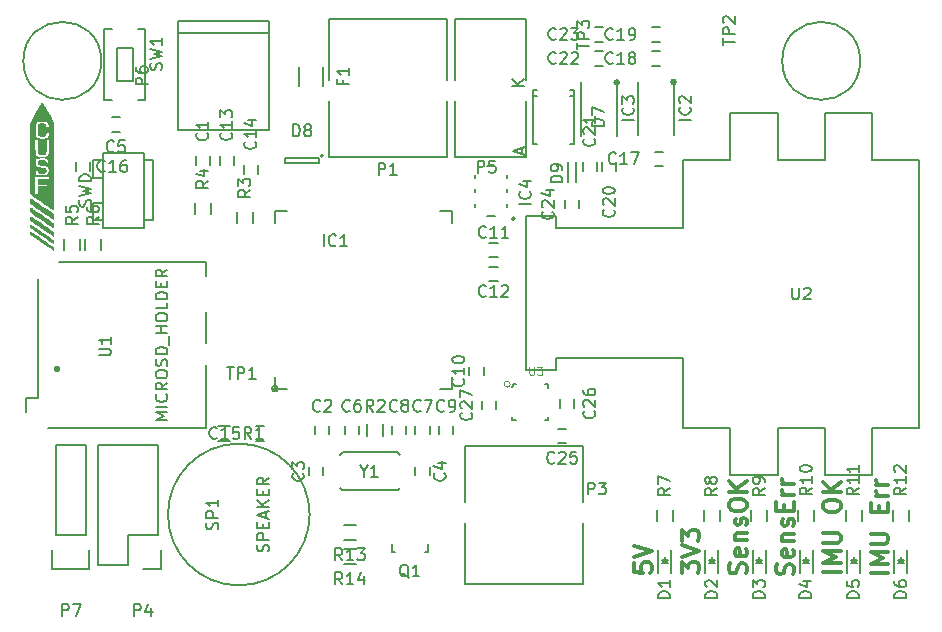
<source format=gto>
G04 #@! TF.FileFunction,Legend,Top*
%FSLAX46Y46*%
G04 Gerber Fmt 4.6, Leading zero omitted, Abs format (unit mm)*
G04 Created by KiCad (PCBNEW 4.0.0-rc1-stable) date 20/01/2016 16:24:11*
%MOMM*%
G01*
G04 APERTURE LIST*
%ADD10C,0.100000*%
%ADD11C,0.300000*%
%ADD12C,0.152400*%
%ADD13C,0.150000*%
%ADD14C,0.200000*%
%ADD15C,0.127000*%
%ADD16C,0.050000*%
G04 APERTURE END LIST*
D10*
D11*
X225928571Y-126071428D02*
X224428571Y-126071428D01*
X225928571Y-125357142D02*
X224428571Y-125357142D01*
X225500000Y-124857142D01*
X224428571Y-124357142D01*
X225928571Y-124357142D01*
X224428571Y-123642856D02*
X225642857Y-123642856D01*
X225785714Y-123571428D01*
X225857143Y-123499999D01*
X225928571Y-123357142D01*
X225928571Y-123071428D01*
X225857143Y-122928570D01*
X225785714Y-122857142D01*
X225642857Y-122785713D01*
X224428571Y-122785713D01*
X225142857Y-120928570D02*
X225142857Y-120428570D01*
X225928571Y-120214284D02*
X225928571Y-120928570D01*
X224428571Y-120928570D01*
X224428571Y-120214284D01*
X225928571Y-119571427D02*
X224928571Y-119571427D01*
X225214286Y-119571427D02*
X225071429Y-119499999D01*
X225000000Y-119428570D01*
X224928571Y-119285713D01*
X224928571Y-119142856D01*
X225928571Y-118642856D02*
X224928571Y-118642856D01*
X225214286Y-118642856D02*
X225071429Y-118571428D01*
X225000000Y-118499999D01*
X224928571Y-118357142D01*
X224928571Y-118214285D01*
X221928571Y-126000000D02*
X220428571Y-126000000D01*
X221928571Y-125285714D02*
X220428571Y-125285714D01*
X221500000Y-124785714D01*
X220428571Y-124285714D01*
X221928571Y-124285714D01*
X220428571Y-123571428D02*
X221642857Y-123571428D01*
X221785714Y-123500000D01*
X221857143Y-123428571D01*
X221928571Y-123285714D01*
X221928571Y-123000000D01*
X221857143Y-122857142D01*
X221785714Y-122785714D01*
X221642857Y-122714285D01*
X220428571Y-122714285D01*
X220428571Y-120571428D02*
X220428571Y-120285714D01*
X220500000Y-120142856D01*
X220642857Y-119999999D01*
X220928571Y-119928571D01*
X221428571Y-119928571D01*
X221714286Y-119999999D01*
X221857143Y-120142856D01*
X221928571Y-120285714D01*
X221928571Y-120571428D01*
X221857143Y-120714285D01*
X221714286Y-120857142D01*
X221428571Y-120928571D01*
X220928571Y-120928571D01*
X220642857Y-120857142D01*
X220500000Y-120714285D01*
X220428571Y-120571428D01*
X221928571Y-119285713D02*
X220428571Y-119285713D01*
X221928571Y-118428570D02*
X221071429Y-119071427D01*
X220428571Y-118428570D02*
X221285714Y-119285713D01*
X217857143Y-126214285D02*
X217928571Y-125999999D01*
X217928571Y-125642856D01*
X217857143Y-125499999D01*
X217785714Y-125428570D01*
X217642857Y-125357142D01*
X217500000Y-125357142D01*
X217357143Y-125428570D01*
X217285714Y-125499999D01*
X217214286Y-125642856D01*
X217142857Y-125928570D01*
X217071429Y-126071428D01*
X217000000Y-126142856D01*
X216857143Y-126214285D01*
X216714286Y-126214285D01*
X216571429Y-126142856D01*
X216500000Y-126071428D01*
X216428571Y-125928570D01*
X216428571Y-125571428D01*
X216500000Y-125357142D01*
X217857143Y-124142857D02*
X217928571Y-124285714D01*
X217928571Y-124571428D01*
X217857143Y-124714285D01*
X217714286Y-124785714D01*
X217142857Y-124785714D01*
X217000000Y-124714285D01*
X216928571Y-124571428D01*
X216928571Y-124285714D01*
X217000000Y-124142857D01*
X217142857Y-124071428D01*
X217285714Y-124071428D01*
X217428571Y-124785714D01*
X216928571Y-123428571D02*
X217928571Y-123428571D01*
X217071429Y-123428571D02*
X217000000Y-123357143D01*
X216928571Y-123214285D01*
X216928571Y-123000000D01*
X217000000Y-122857143D01*
X217142857Y-122785714D01*
X217928571Y-122785714D01*
X217857143Y-122142857D02*
X217928571Y-122000000D01*
X217928571Y-121714285D01*
X217857143Y-121571428D01*
X217714286Y-121500000D01*
X217642857Y-121500000D01*
X217500000Y-121571428D01*
X217428571Y-121714285D01*
X217428571Y-121928571D01*
X217357143Y-122071428D01*
X217214286Y-122142857D01*
X217142857Y-122142857D01*
X217000000Y-122071428D01*
X216928571Y-121928571D01*
X216928571Y-121714285D01*
X217000000Y-121571428D01*
X217142857Y-120857142D02*
X217142857Y-120357142D01*
X217928571Y-120142856D02*
X217928571Y-120857142D01*
X216428571Y-120857142D01*
X216428571Y-120142856D01*
X217928571Y-119499999D02*
X216928571Y-119499999D01*
X217214286Y-119499999D02*
X217071429Y-119428571D01*
X217000000Y-119357142D01*
X216928571Y-119214285D01*
X216928571Y-119071428D01*
X217928571Y-118571428D02*
X216928571Y-118571428D01*
X217214286Y-118571428D02*
X217071429Y-118500000D01*
X217000000Y-118428571D01*
X216928571Y-118285714D01*
X216928571Y-118142857D01*
X213857143Y-126142857D02*
X213928571Y-125928571D01*
X213928571Y-125571428D01*
X213857143Y-125428571D01*
X213785714Y-125357142D01*
X213642857Y-125285714D01*
X213500000Y-125285714D01*
X213357143Y-125357142D01*
X213285714Y-125428571D01*
X213214286Y-125571428D01*
X213142857Y-125857142D01*
X213071429Y-126000000D01*
X213000000Y-126071428D01*
X212857143Y-126142857D01*
X212714286Y-126142857D01*
X212571429Y-126071428D01*
X212500000Y-126000000D01*
X212428571Y-125857142D01*
X212428571Y-125500000D01*
X212500000Y-125285714D01*
X213857143Y-124071429D02*
X213928571Y-124214286D01*
X213928571Y-124500000D01*
X213857143Y-124642857D01*
X213714286Y-124714286D01*
X213142857Y-124714286D01*
X213000000Y-124642857D01*
X212928571Y-124500000D01*
X212928571Y-124214286D01*
X213000000Y-124071429D01*
X213142857Y-124000000D01*
X213285714Y-124000000D01*
X213428571Y-124714286D01*
X212928571Y-123357143D02*
X213928571Y-123357143D01*
X213071429Y-123357143D02*
X213000000Y-123285715D01*
X212928571Y-123142857D01*
X212928571Y-122928572D01*
X213000000Y-122785715D01*
X213142857Y-122714286D01*
X213928571Y-122714286D01*
X213857143Y-122071429D02*
X213928571Y-121928572D01*
X213928571Y-121642857D01*
X213857143Y-121500000D01*
X213714286Y-121428572D01*
X213642857Y-121428572D01*
X213500000Y-121500000D01*
X213428571Y-121642857D01*
X213428571Y-121857143D01*
X213357143Y-122000000D01*
X213214286Y-122071429D01*
X213142857Y-122071429D01*
X213000000Y-122000000D01*
X212928571Y-121857143D01*
X212928571Y-121642857D01*
X213000000Y-121500000D01*
X212428571Y-120500000D02*
X212428571Y-120214286D01*
X212500000Y-120071428D01*
X212642857Y-119928571D01*
X212928571Y-119857143D01*
X213428571Y-119857143D01*
X213714286Y-119928571D01*
X213857143Y-120071428D01*
X213928571Y-120214286D01*
X213928571Y-120500000D01*
X213857143Y-120642857D01*
X213714286Y-120785714D01*
X213428571Y-120857143D01*
X212928571Y-120857143D01*
X212642857Y-120785714D01*
X212500000Y-120642857D01*
X212428571Y-120500000D01*
X213928571Y-119214285D02*
X212428571Y-119214285D01*
X213928571Y-118357142D02*
X213071429Y-118999999D01*
X212428571Y-118357142D02*
X213285714Y-119214285D01*
X208428571Y-126107142D02*
X208428571Y-125178571D01*
X209000000Y-125678571D01*
X209000000Y-125464285D01*
X209071429Y-125321428D01*
X209142857Y-125249999D01*
X209285714Y-125178571D01*
X209642857Y-125178571D01*
X209785714Y-125249999D01*
X209857143Y-125321428D01*
X209928571Y-125464285D01*
X209928571Y-125892857D01*
X209857143Y-126035714D01*
X209785714Y-126107142D01*
X208428571Y-124750000D02*
X209928571Y-124250000D01*
X208428571Y-123750000D01*
X208428571Y-123392857D02*
X208428571Y-122464286D01*
X209000000Y-122964286D01*
X209000000Y-122750000D01*
X209071429Y-122607143D01*
X209142857Y-122535714D01*
X209285714Y-122464286D01*
X209642857Y-122464286D01*
X209785714Y-122535714D01*
X209857143Y-122607143D01*
X209928571Y-122750000D01*
X209928571Y-123178572D01*
X209857143Y-123321429D01*
X209785714Y-123392857D01*
X204428571Y-125285713D02*
X204428571Y-125999999D01*
X205142857Y-126071428D01*
X205071429Y-125999999D01*
X205000000Y-125857142D01*
X205000000Y-125499999D01*
X205071429Y-125357142D01*
X205142857Y-125285713D01*
X205285714Y-125214285D01*
X205642857Y-125214285D01*
X205785714Y-125285713D01*
X205857143Y-125357142D01*
X205928571Y-125499999D01*
X205928571Y-125857142D01*
X205857143Y-125999999D01*
X205785714Y-126071428D01*
X204428571Y-124785714D02*
X205928571Y-124285714D01*
X204428571Y-123785714D01*
D12*
X228546798Y-113865622D02*
X228546798Y-91158022D01*
X228546798Y-113865622D02*
X224533598Y-113865622D01*
X224533598Y-113865622D02*
X224533598Y-117853422D01*
X224533598Y-117853422D02*
X220545798Y-117853422D01*
X220545798Y-117853422D02*
X220545798Y-113865622D01*
X220545798Y-113865622D02*
X216557998Y-113865622D01*
X216557998Y-113865622D02*
X216557998Y-117853422D01*
X216557998Y-117853422D02*
X212570198Y-117853422D01*
X212570198Y-117853422D02*
X212570198Y-113865622D01*
X212570198Y-113865622D02*
X208556998Y-113865622D01*
X228546798Y-91158022D02*
X224533598Y-91158022D01*
X224533598Y-91158022D02*
X224533598Y-87170222D01*
X224533598Y-87170222D02*
X220545798Y-87170222D01*
X220545798Y-87170222D02*
X220545798Y-91158022D01*
X220545798Y-91158022D02*
X216557998Y-91158022D01*
X216557998Y-91158022D02*
X216557998Y-87170222D01*
X216557998Y-87170222D02*
X212570198Y-87170222D01*
X212570198Y-87170222D02*
X212570198Y-91158022D01*
X212570198Y-91158022D02*
X208556998Y-91158022D01*
X208556998Y-113865622D02*
X208556998Y-107896622D01*
X208556998Y-107896622D02*
X197761998Y-107896622D01*
X197761998Y-107896622D02*
X197761998Y-108887222D01*
X197761998Y-108887222D02*
X195221998Y-108887222D01*
X195221998Y-108887222D02*
X195221998Y-95907822D01*
X195221998Y-95907822D02*
X197761998Y-95907822D01*
X197761998Y-95907822D02*
X197761998Y-96898422D01*
X197761998Y-96898422D02*
X208556998Y-96898422D01*
X208556998Y-96898422D02*
X208556998Y-91158022D01*
D13*
X155748000Y-99822000D02*
X168148000Y-99822000D01*
X153948000Y-101222000D02*
X153948000Y-111322000D01*
X168148000Y-100972000D02*
X168148000Y-99822000D01*
X168148000Y-106672000D02*
X168148000Y-104022000D01*
X168148000Y-113822000D02*
X168148000Y-108472000D01*
X168148000Y-113822000D02*
X154748000Y-113822000D01*
X152948000Y-111322000D02*
X152948000Y-112522000D01*
X155748000Y-108822000D02*
G75*
G03X155748000Y-108822000I-200000J0D01*
G01*
X155648000Y-108822000D02*
G75*
G03X155648000Y-108822000I-100000J0D01*
G01*
X152948000Y-111322000D02*
X153948000Y-111322000D01*
X168148000Y-99822000D02*
X168048000Y-99822000D01*
X167294000Y-91536000D02*
X167294000Y-90836000D01*
X168494000Y-90836000D02*
X168494000Y-91536000D01*
X178600000Y-113650000D02*
X178600000Y-114350000D01*
X177400000Y-114350000D02*
X177400000Y-113650000D01*
X176900000Y-117850000D02*
X176900000Y-117150000D01*
X178100000Y-117150000D02*
X178100000Y-117850000D01*
X185900000Y-117850000D02*
X185900000Y-117150000D01*
X187100000Y-117150000D02*
X187100000Y-117850000D01*
X160878000Y-88738000D02*
X160178000Y-88738000D01*
X160178000Y-87538000D02*
X160878000Y-87538000D01*
X181100000Y-113650000D02*
X181100000Y-114350000D01*
X179900000Y-114350000D02*
X179900000Y-113650000D01*
X187100000Y-113650000D02*
X187100000Y-114350000D01*
X185900000Y-114350000D02*
X185900000Y-113650000D01*
X185100000Y-113650000D02*
X185100000Y-114350000D01*
X183900000Y-114350000D02*
X183900000Y-113650000D01*
X189100000Y-113650000D02*
X189100000Y-114350000D01*
X187900000Y-114350000D02*
X187900000Y-113650000D01*
X191671500Y-108679500D02*
X191671500Y-109379500D01*
X190471500Y-109379500D02*
X190471500Y-108679500D01*
X192150000Y-98178000D02*
X192850000Y-98178000D01*
X192850000Y-99378000D02*
X192150000Y-99378000D01*
X192150000Y-100178000D02*
X192850000Y-100178000D01*
X192850000Y-101378000D02*
X192150000Y-101378000D01*
X169326000Y-91536000D02*
X169326000Y-90836000D01*
X170526000Y-90836000D02*
X170526000Y-91536000D01*
X171358000Y-92298000D02*
X171358000Y-91598000D01*
X172558000Y-91598000D02*
X172558000Y-92298000D01*
X173070000Y-114900000D02*
X172370000Y-114900000D01*
X172370000Y-113700000D02*
X173070000Y-113700000D01*
X158334000Y-91344000D02*
X158334000Y-92044000D01*
X157134000Y-92044000D02*
X157134000Y-91344000D01*
X206858000Y-91647000D02*
X206158000Y-91647000D01*
X206158000Y-90447000D02*
X206858000Y-90447000D01*
X206598000Y-83150000D02*
X205898000Y-83150000D01*
X205898000Y-81950000D02*
X206598000Y-81950000D01*
X206598000Y-81118000D02*
X205898000Y-81118000D01*
X205898000Y-79918000D02*
X206598000Y-79918000D01*
X202911000Y-91344000D02*
X202911000Y-92044000D01*
X201711000Y-92044000D02*
X201711000Y-91344000D01*
X200060000Y-92044000D02*
X200060000Y-91344000D01*
X201260000Y-91344000D02*
X201260000Y-92044000D01*
X201772000Y-83150000D02*
X201072000Y-83150000D01*
X201072000Y-81950000D02*
X201772000Y-81950000D01*
X201772000Y-81118000D02*
X201072000Y-81118000D01*
X201072000Y-79918000D02*
X201772000Y-79918000D01*
X198536000Y-95219000D02*
X198536000Y-94519000D01*
X199736000Y-94519000D02*
X199736000Y-95219000D01*
X207550000Y-126100000D02*
X207550000Y-124200000D01*
X206450000Y-126100000D02*
X206450000Y-124200000D01*
X207000000Y-125200000D02*
X207000000Y-124750000D01*
X206750000Y-125250000D02*
X207250000Y-125250000D01*
X207000000Y-125250000D02*
X206750000Y-125000000D01*
X206750000Y-125000000D02*
X207250000Y-125000000D01*
X207250000Y-125000000D02*
X207000000Y-125250000D01*
X211550000Y-126100000D02*
X211550000Y-124200000D01*
X210450000Y-126100000D02*
X210450000Y-124200000D01*
X211000000Y-125200000D02*
X211000000Y-124750000D01*
X210750000Y-125250000D02*
X211250000Y-125250000D01*
X211000000Y-125250000D02*
X210750000Y-125000000D01*
X210750000Y-125000000D02*
X211250000Y-125000000D01*
X211250000Y-125000000D02*
X211000000Y-125250000D01*
X215550000Y-126100000D02*
X215550000Y-124200000D01*
X214450000Y-126100000D02*
X214450000Y-124200000D01*
X215000000Y-125200000D02*
X215000000Y-124750000D01*
X214750000Y-125250000D02*
X215250000Y-125250000D01*
X215000000Y-125250000D02*
X214750000Y-125000000D01*
X214750000Y-125000000D02*
X215250000Y-125000000D01*
X215250000Y-125000000D02*
X215000000Y-125250000D01*
X219550000Y-126100000D02*
X219550000Y-124200000D01*
X218450000Y-126100000D02*
X218450000Y-124200000D01*
X219000000Y-125200000D02*
X219000000Y-124750000D01*
X218750000Y-125250000D02*
X219250000Y-125250000D01*
X219000000Y-125250000D02*
X218750000Y-125000000D01*
X218750000Y-125000000D02*
X219250000Y-125000000D01*
X219250000Y-125000000D02*
X219000000Y-125250000D01*
X223550000Y-126100000D02*
X223550000Y-124200000D01*
X222450000Y-126100000D02*
X222450000Y-124200000D01*
X223000000Y-125200000D02*
X223000000Y-124750000D01*
X222750000Y-125250000D02*
X223250000Y-125250000D01*
X223000000Y-125250000D02*
X222750000Y-125000000D01*
X222750000Y-125000000D02*
X223250000Y-125000000D01*
X223250000Y-125000000D02*
X223000000Y-125250000D01*
X227550000Y-126100000D02*
X227550000Y-124200000D01*
X226450000Y-126100000D02*
X226450000Y-124200000D01*
X227000000Y-125200000D02*
X227000000Y-124750000D01*
X226750000Y-125250000D02*
X227250000Y-125250000D01*
X227000000Y-125250000D02*
X226750000Y-125000000D01*
X226750000Y-125000000D02*
X227250000Y-125000000D01*
X227250000Y-125000000D02*
X227000000Y-125250000D01*
X195861940Y-85703860D02*
X196212460Y-85703860D01*
X199362060Y-85703860D02*
X199011540Y-85703860D01*
X195861940Y-89753440D02*
X196212460Y-89753440D01*
X195861940Y-85252560D02*
X196212460Y-85252560D01*
X199362060Y-85252560D02*
X199011540Y-85252560D01*
X199362060Y-89753440D02*
X199011540Y-89753440D01*
X195861940Y-85252560D02*
X195861940Y-89753440D01*
X199362060Y-85252560D02*
X199362060Y-89753440D01*
X178076000Y-90786000D02*
G75*
G03X178076000Y-90786000I-100000J0D01*
G01*
X177726000Y-91436000D02*
X177726000Y-90936000D01*
X174826000Y-91436000D02*
X177726000Y-91436000D01*
X174826000Y-90936000D02*
X174826000Y-91436000D01*
X177726000Y-90936000D02*
X174826000Y-90936000D01*
X174250000Y-110500000D02*
G75*
G03X174250000Y-110500000I-250000J0D01*
G01*
X174111803Y-110500000D02*
G75*
G03X174111803Y-110500000I-111803J0D01*
G01*
X175000000Y-95500000D02*
X174000000Y-95500000D01*
X174000000Y-95500000D02*
X174000000Y-96500000D01*
X188000000Y-95500000D02*
X189000000Y-95500000D01*
X189000000Y-95500000D02*
X189000000Y-96500000D01*
X188000000Y-110500000D02*
X189000000Y-110500000D01*
X189000000Y-110500000D02*
X189000000Y-109500000D01*
X174000000Y-109500000D02*
X174000000Y-110500000D01*
X174000000Y-110500000D02*
X175000000Y-110500000D01*
X207958000Y-84547000D02*
G75*
G03X207958000Y-84547000I-200000J0D01*
G01*
X207858000Y-84547000D02*
G75*
G03X207858000Y-84547000I-100000J0D01*
G01*
X204758000Y-84547000D02*
X204758000Y-89047000D01*
X207758000Y-84547000D02*
X207758000Y-89047000D01*
X203138000Y-84582000D02*
G75*
G03X203138000Y-84582000I-200000J0D01*
G01*
X203038000Y-84582000D02*
G75*
G03X203038000Y-84582000I-100000J0D01*
G01*
X199938000Y-84582000D02*
X199938000Y-89082000D01*
X202938000Y-84582000D02*
X202938000Y-89082000D01*
X194321000Y-96131000D02*
G75*
G03X194321000Y-96131000I-150000J0D01*
G01*
X194221000Y-96131000D02*
G75*
G03X194221000Y-96131000I-50000J0D01*
G01*
X192671000Y-95881000D02*
X191921000Y-95881000D01*
X190921000Y-94881000D02*
X190921000Y-95131000D01*
X190921000Y-93631000D02*
X190921000Y-93881000D01*
X190921000Y-92381000D02*
X190921000Y-92631000D01*
X192671000Y-91631000D02*
X191921000Y-91631000D01*
X193671000Y-92631000D02*
X193671000Y-92381000D01*
X193671000Y-93881000D02*
X193671000Y-93631000D01*
X193671000Y-95131000D02*
X193671000Y-94881000D01*
D14*
X188594000Y-79176000D02*
X178594000Y-79176000D01*
X188594000Y-84376000D02*
X188594000Y-79176000D01*
X188594000Y-90876000D02*
X188594000Y-86176000D01*
X178594000Y-90876000D02*
X188594000Y-90876000D01*
X178594000Y-86176000D02*
X178594000Y-90876000D01*
X178594000Y-79176000D02*
X178594000Y-84376000D01*
D13*
X159448500Y-96266000D02*
X158623000Y-96266000D01*
X158623000Y-96266000D02*
X158623000Y-94805500D01*
X158623000Y-94805500D02*
X159448500Y-94805500D01*
X159448500Y-91186000D02*
X158623000Y-91186000D01*
X158623000Y-91186000D02*
X158623000Y-92646500D01*
X158623000Y-92646500D02*
X159448500Y-92646500D01*
X162877500Y-91186000D02*
X163703000Y-91186000D01*
X163703000Y-91186000D02*
X163703000Y-96266000D01*
X163703000Y-96266000D02*
X162877500Y-96266000D01*
X162877500Y-93726000D02*
X162877500Y-96901000D01*
X162877500Y-96901000D02*
X159448500Y-96901000D01*
X159448500Y-96901000D02*
X159448500Y-90551000D01*
X159448500Y-90551000D02*
X162877500Y-90551000D01*
X162877500Y-90551000D02*
X162877500Y-93726000D01*
D14*
X190120000Y-127072000D02*
X200120000Y-127072000D01*
X190120000Y-121872000D02*
X190120000Y-127072000D01*
X190120000Y-115372000D02*
X190120000Y-120072000D01*
X200120000Y-115372000D02*
X190120000Y-115372000D01*
X200120000Y-120072000D02*
X200120000Y-115372000D01*
X200120000Y-127072000D02*
X200120000Y-121872000D01*
D13*
X173512640Y-80400820D02*
X165811360Y-80400820D01*
X173512640Y-79400060D02*
X165811360Y-79400060D01*
X165811360Y-79400060D02*
X165811360Y-88599940D01*
X165811360Y-88599940D02*
X173512640Y-88599940D01*
X173512640Y-88599940D02*
X173512640Y-79400060D01*
X184120840Y-124348240D02*
X184169100Y-124348240D01*
X186919820Y-123647200D02*
X186919820Y-124348240D01*
X186919820Y-124348240D02*
X186670900Y-124348240D01*
X184120840Y-124348240D02*
X183920180Y-124348240D01*
X183920180Y-124348240D02*
X183920180Y-123647200D01*
X169172000Y-113625000D02*
X170172000Y-113625000D01*
X170172000Y-114975000D02*
X169172000Y-114975000D01*
X181825000Y-114500000D02*
X181825000Y-113500000D01*
X183175000Y-113500000D02*
X183175000Y-114500000D01*
X170775000Y-96512000D02*
X170775000Y-95512000D01*
X172125000Y-95512000D02*
X172125000Y-96512000D01*
X167219000Y-95750000D02*
X167219000Y-94750000D01*
X168569000Y-94750000D02*
X168569000Y-95750000D01*
X156170000Y-98798000D02*
X156170000Y-97798000D01*
X157520000Y-97798000D02*
X157520000Y-98798000D01*
X157948000Y-98798000D02*
X157948000Y-97798000D01*
X159298000Y-97798000D02*
X159298000Y-98798000D01*
X207675000Y-120750000D02*
X207675000Y-121750000D01*
X206325000Y-121750000D02*
X206325000Y-120750000D01*
X211675000Y-120750000D02*
X211675000Y-121750000D01*
X210325000Y-121750000D02*
X210325000Y-120750000D01*
X215675000Y-120750000D02*
X215675000Y-121750000D01*
X214325000Y-121750000D02*
X214325000Y-120750000D01*
X219675000Y-120750000D02*
X219675000Y-121750000D01*
X218325000Y-121750000D02*
X218325000Y-120750000D01*
X223675000Y-120750000D02*
X223675000Y-121750000D01*
X222325000Y-121750000D02*
X222325000Y-120750000D01*
X227675000Y-120750000D02*
X227675000Y-121750000D01*
X226325000Y-121750000D02*
X226325000Y-120750000D01*
X179840000Y-122007000D02*
X180840000Y-122007000D01*
X180840000Y-123357000D02*
X179840000Y-123357000D01*
X179840000Y-124039000D02*
X180840000Y-124039000D01*
X180840000Y-125389000D02*
X179840000Y-125389000D01*
X176942000Y-121158000D02*
G75*
G03X176942000Y-121158000I-6000000J0D01*
G01*
X161990000Y-81658000D02*
X161990000Y-84458000D01*
X161990000Y-84458000D02*
X160590000Y-84458000D01*
X160590000Y-84458000D02*
X160590000Y-81658000D01*
X160590000Y-81658000D02*
X161990000Y-81658000D01*
X163040000Y-86058000D02*
X162390000Y-86058000D01*
X159540000Y-86058000D02*
X160190000Y-86058000D01*
X160190000Y-80058000D02*
X159540000Y-80058000D01*
X163040000Y-80058000D02*
X162390000Y-80058000D01*
X163040000Y-86058000D02*
X163040000Y-80058000D01*
X159540000Y-80058000D02*
X159540000Y-86058000D01*
X179750000Y-115900000D02*
X184350000Y-115900000D01*
X184550000Y-116100000D02*
X184350000Y-115900000D01*
X179550000Y-116100000D02*
X179750000Y-115900000D01*
X179700000Y-119100000D02*
X184400000Y-119100000D01*
X179550000Y-118900000D02*
X179700000Y-119100000D01*
X184550000Y-118900000D02*
X184400000Y-119100000D01*
X199486000Y-93010000D02*
X199486000Y-91310000D01*
X198786000Y-93010000D02*
X198786000Y-91310000D01*
X178038000Y-84874000D02*
X178038000Y-83274000D01*
X176038000Y-84874000D02*
X176038000Y-83274000D01*
D14*
X195262000Y-79176000D02*
X189262000Y-79176000D01*
X195262000Y-84376000D02*
X195262000Y-79176000D01*
X195262000Y-90876000D02*
X195262000Y-86176000D01*
X189262000Y-90876000D02*
X195262000Y-90876000D01*
X189262000Y-86176000D02*
X189262000Y-90876000D01*
X189262000Y-79176000D02*
X189262000Y-84376000D01*
D13*
X157988000Y-122936000D02*
X157988000Y-115316000D01*
X155448000Y-122936000D02*
X155448000Y-115316000D01*
X155168000Y-125756000D02*
X155168000Y-124206000D01*
X157988000Y-115316000D02*
X155448000Y-115316000D01*
X155448000Y-122936000D02*
X157988000Y-122936000D01*
X158268000Y-124206000D02*
X158268000Y-125756000D01*
X158268000Y-125756000D02*
X155168000Y-125756000D01*
X164084000Y-122936000D02*
X164084000Y-115316000D01*
X164084000Y-115316000D02*
X159004000Y-115316000D01*
X159004000Y-115316000D02*
X159004000Y-125476000D01*
X159004000Y-125476000D02*
X161544000Y-125476000D01*
X162814000Y-125756000D02*
X164364000Y-125756000D01*
X161544000Y-125476000D02*
X161544000Y-122936000D01*
X161544000Y-122936000D02*
X164084000Y-122936000D01*
X164364000Y-125756000D02*
X164364000Y-124206000D01*
X198660500Y-115090500D02*
X197960500Y-115090500D01*
X197960500Y-113890500D02*
X198660500Y-113890500D01*
X199355000Y-111410000D02*
X199355000Y-112110000D01*
X198155000Y-112110000D02*
X198155000Y-111410000D01*
X191551000Y-112237000D02*
X191551000Y-111537000D01*
X192751000Y-111537000D02*
X192751000Y-112237000D01*
D10*
X193929000Y-110128000D02*
G75*
G03X193929000Y-110128000I-254000J0D01*
G01*
D15*
X194380000Y-113133000D02*
X194080000Y-113133000D01*
X194080000Y-113133000D02*
X194080000Y-112933000D01*
X196880000Y-113133000D02*
X197080000Y-113133000D01*
X197080000Y-113133000D02*
X197080000Y-112933000D01*
X197080000Y-110433000D02*
X197080000Y-110133000D01*
X197080000Y-110133000D02*
X196880000Y-110133000D01*
X194380000Y-110133000D02*
X194280000Y-110133000D01*
X194280000Y-110133000D02*
X194080000Y-110333000D01*
D13*
X223550000Y-82750000D02*
G75*
G03X223550000Y-82750000I-3300000J0D01*
G01*
X159300000Y-82750000D02*
G75*
G03X159300000Y-82750000I-3300000J0D01*
G01*
D10*
G36*
X155245736Y-98638875D02*
X155243366Y-98687746D01*
X155222523Y-98718489D01*
X155204842Y-98723000D01*
X155180121Y-98711207D01*
X155124208Y-98677355D01*
X155040543Y-98623733D01*
X154932563Y-98552633D01*
X154803707Y-98466343D01*
X154657414Y-98367155D01*
X154497121Y-98257357D01*
X154326267Y-98139240D01*
X154278800Y-98106240D01*
X154104527Y-97984672D01*
X153939338Y-97868944D01*
X153786790Y-97761580D01*
X153650440Y-97665108D01*
X153533844Y-97582054D01*
X153440559Y-97514943D01*
X153374142Y-97466302D01*
X153338149Y-97438657D01*
X153334542Y-97435530D01*
X153288296Y-97373875D01*
X153276334Y-97308989D01*
X153279800Y-97260576D01*
X153295620Y-97243531D01*
X153324288Y-97245565D01*
X153348883Y-97258810D01*
X153404107Y-97293668D01*
X153485971Y-97347387D01*
X153590488Y-97417211D01*
X153713669Y-97500388D01*
X153851526Y-97594163D01*
X154000070Y-97695783D01*
X154155314Y-97802495D01*
X154313270Y-97911543D01*
X154469948Y-98020175D01*
X154621361Y-98125637D01*
X154763521Y-98225175D01*
X154892440Y-98316035D01*
X155004128Y-98395464D01*
X155094598Y-98460707D01*
X155159862Y-98509012D01*
X155195932Y-98537623D01*
X155197209Y-98538770D01*
X155230170Y-98584882D01*
X155245736Y-98638875D01*
X155245736Y-98638875D01*
X155245736Y-98638875D01*
G37*
X155245736Y-98638875D02*
X155243366Y-98687746D01*
X155222523Y-98718489D01*
X155204842Y-98723000D01*
X155180121Y-98711207D01*
X155124208Y-98677355D01*
X155040543Y-98623733D01*
X154932563Y-98552633D01*
X154803707Y-98466343D01*
X154657414Y-98367155D01*
X154497121Y-98257357D01*
X154326267Y-98139240D01*
X154278800Y-98106240D01*
X154104527Y-97984672D01*
X153939338Y-97868944D01*
X153786790Y-97761580D01*
X153650440Y-97665108D01*
X153533844Y-97582054D01*
X153440559Y-97514943D01*
X153374142Y-97466302D01*
X153338149Y-97438657D01*
X153334542Y-97435530D01*
X153288296Y-97373875D01*
X153276334Y-97308989D01*
X153279800Y-97260576D01*
X153295620Y-97243531D01*
X153324288Y-97245565D01*
X153348883Y-97258810D01*
X153404107Y-97293668D01*
X153485971Y-97347387D01*
X153590488Y-97417211D01*
X153713669Y-97500388D01*
X153851526Y-97594163D01*
X154000070Y-97695783D01*
X154155314Y-97802495D01*
X154313270Y-97911543D01*
X154469948Y-98020175D01*
X154621361Y-98125637D01*
X154763521Y-98225175D01*
X154892440Y-98316035D01*
X155004128Y-98395464D01*
X155094598Y-98460707D01*
X155159862Y-98509012D01*
X155195932Y-98537623D01*
X155197209Y-98538770D01*
X155230170Y-98584882D01*
X155245736Y-98638875D01*
X155245736Y-98638875D01*
G36*
X155246748Y-98094801D02*
X155233434Y-98136726D01*
X155207253Y-98151500D01*
X155183072Y-98139695D01*
X155127671Y-98105795D01*
X155044447Y-98052075D01*
X154936797Y-97980809D01*
X154808118Y-97894270D01*
X154661806Y-97794732D01*
X154501259Y-97684469D01*
X154329873Y-97565756D01*
X154270628Y-97524494D01*
X154095603Y-97402236D01*
X153930001Y-97286186D01*
X153777289Y-97178802D01*
X153640936Y-97082539D01*
X153524410Y-96999853D01*
X153431180Y-96933202D01*
X153364714Y-96885041D01*
X153328480Y-96857826D01*
X153323959Y-96854055D01*
X153294669Y-96810728D01*
X153277541Y-96753450D01*
X153273346Y-96695206D01*
X153282852Y-96648978D01*
X153306834Y-96627751D01*
X153310508Y-96627500D01*
X153333315Y-96639257D01*
X153386766Y-96672714D01*
X153466927Y-96725147D01*
X153569864Y-96793835D01*
X153691641Y-96876054D01*
X153828326Y-96969082D01*
X153975982Y-97070196D01*
X154130677Y-97176674D01*
X154288476Y-97285792D01*
X154445444Y-97394828D01*
X154597647Y-97501060D01*
X154741151Y-97601765D01*
X154872021Y-97694219D01*
X154986324Y-97775701D01*
X155080124Y-97843488D01*
X155149488Y-97894856D01*
X155190480Y-97927085D01*
X155197209Y-97933151D01*
X155228047Y-97980230D01*
X155244756Y-98038374D01*
X155246748Y-98094801D01*
X155246748Y-98094801D01*
X155246748Y-98094801D01*
G37*
X155246748Y-98094801D02*
X155233434Y-98136726D01*
X155207253Y-98151500D01*
X155183072Y-98139695D01*
X155127671Y-98105795D01*
X155044447Y-98052075D01*
X154936797Y-97980809D01*
X154808118Y-97894270D01*
X154661806Y-97794732D01*
X154501259Y-97684469D01*
X154329873Y-97565756D01*
X154270628Y-97524494D01*
X154095603Y-97402236D01*
X153930001Y-97286186D01*
X153777289Y-97178802D01*
X153640936Y-97082539D01*
X153524410Y-96999853D01*
X153431180Y-96933202D01*
X153364714Y-96885041D01*
X153328480Y-96857826D01*
X153323959Y-96854055D01*
X153294669Y-96810728D01*
X153277541Y-96753450D01*
X153273346Y-96695206D01*
X153282852Y-96648978D01*
X153306834Y-96627751D01*
X153310508Y-96627500D01*
X153333315Y-96639257D01*
X153386766Y-96672714D01*
X153466927Y-96725147D01*
X153569864Y-96793835D01*
X153691641Y-96876054D01*
X153828326Y-96969082D01*
X153975982Y-97070196D01*
X154130677Y-97176674D01*
X154288476Y-97285792D01*
X154445444Y-97394828D01*
X154597647Y-97501060D01*
X154741151Y-97601765D01*
X154872021Y-97694219D01*
X154986324Y-97775701D01*
X155080124Y-97843488D01*
X155149488Y-97894856D01*
X155190480Y-97927085D01*
X155197209Y-97933151D01*
X155228047Y-97980230D01*
X155244756Y-98038374D01*
X155246748Y-98094801D01*
X155246748Y-98094801D01*
G36*
X155244834Y-97425960D02*
X155242604Y-97492050D01*
X155233617Y-97525823D01*
X155214423Y-97537161D01*
X155205856Y-97537667D01*
X155181394Y-97525859D01*
X155125726Y-97491954D01*
X155042258Y-97438228D01*
X154934395Y-97366958D01*
X154805543Y-97280421D01*
X154659109Y-97180891D01*
X154498499Y-97070647D01*
X154327118Y-96951965D01*
X154269231Y-96911651D01*
X154094292Y-96789432D01*
X153928747Y-96673358D01*
X153776074Y-96565897D01*
X153639748Y-96469514D01*
X153523246Y-96386676D01*
X153430046Y-96319850D01*
X153363623Y-96271503D01*
X153327456Y-96244102D01*
X153323038Y-96240346D01*
X153294389Y-96206540D01*
X153281232Y-96165392D01*
X153279624Y-96101774D01*
X153280705Y-96077904D01*
X153286162Y-96010443D01*
X153296180Y-95975413D01*
X153315065Y-95962911D01*
X153331081Y-95962059D01*
X153356579Y-95974166D01*
X153412554Y-96008120D01*
X153495032Y-96061161D01*
X153600040Y-96130532D01*
X153723606Y-96213472D01*
X153861756Y-96307225D01*
X154010519Y-96409030D01*
X154165920Y-96516130D01*
X154323989Y-96625765D01*
X154480751Y-96735178D01*
X154632233Y-96841609D01*
X154774464Y-96942300D01*
X154903471Y-97034492D01*
X155015280Y-97115426D01*
X155105919Y-97182344D01*
X155171415Y-97232487D01*
X155207795Y-97263097D01*
X155213054Y-97268881D01*
X155233116Y-97320395D01*
X155243914Y-97395912D01*
X155244834Y-97425960D01*
X155244834Y-97425960D01*
X155244834Y-97425960D01*
G37*
X155244834Y-97425960D02*
X155242604Y-97492050D01*
X155233617Y-97525823D01*
X155214423Y-97537161D01*
X155205856Y-97537667D01*
X155181394Y-97525859D01*
X155125726Y-97491954D01*
X155042258Y-97438228D01*
X154934395Y-97366958D01*
X154805543Y-97280421D01*
X154659109Y-97180891D01*
X154498499Y-97070647D01*
X154327118Y-96951965D01*
X154269231Y-96911651D01*
X154094292Y-96789432D01*
X153928747Y-96673358D01*
X153776074Y-96565897D01*
X153639748Y-96469514D01*
X153523246Y-96386676D01*
X153430046Y-96319850D01*
X153363623Y-96271503D01*
X153327456Y-96244102D01*
X153323038Y-96240346D01*
X153294389Y-96206540D01*
X153281232Y-96165392D01*
X153279624Y-96101774D01*
X153280705Y-96077904D01*
X153286162Y-96010443D01*
X153296180Y-95975413D01*
X153315065Y-95962911D01*
X153331081Y-95962059D01*
X153356579Y-95974166D01*
X153412554Y-96008120D01*
X153495032Y-96061161D01*
X153600040Y-96130532D01*
X153723606Y-96213472D01*
X153861756Y-96307225D01*
X154010519Y-96409030D01*
X154165920Y-96516130D01*
X154323989Y-96625765D01*
X154480751Y-96735178D01*
X154632233Y-96841609D01*
X154774464Y-96942300D01*
X154903471Y-97034492D01*
X155015280Y-97115426D01*
X155105919Y-97182344D01*
X155171415Y-97232487D01*
X155207795Y-97263097D01*
X155213054Y-97268881D01*
X155233116Y-97320395D01*
X155243914Y-97395912D01*
X155244834Y-97425960D01*
X155244834Y-97425960D01*
G36*
X155242199Y-96613405D02*
X155240412Y-96689997D01*
X155240400Y-96690272D01*
X155234093Y-96770389D01*
X155222762Y-96815715D01*
X155204411Y-96833683D01*
X155201719Y-96834339D01*
X155178535Y-96823757D01*
X155124105Y-96791054D01*
X155041802Y-96738476D01*
X154935000Y-96668269D01*
X154807070Y-96582678D01*
X154661387Y-96483947D01*
X154501323Y-96374322D01*
X154330250Y-96256048D01*
X154270386Y-96214408D01*
X154095256Y-96092031D01*
X153929565Y-95975523D01*
X153776790Y-95867378D01*
X153640408Y-95770093D01*
X153523895Y-95686161D01*
X153430728Y-95618078D01*
X153364383Y-95568339D01*
X153328338Y-95539438D01*
X153323959Y-95535211D01*
X153295110Y-95493263D01*
X153280573Y-95440578D01*
X153276347Y-95362070D01*
X153276334Y-95355655D01*
X153281688Y-95271067D01*
X153299559Y-95224355D01*
X153332654Y-95212216D01*
X153379906Y-95229290D01*
X153411414Y-95249033D01*
X153473029Y-95290191D01*
X153560602Y-95349854D01*
X153669985Y-95425113D01*
X153797028Y-95513058D01*
X153937584Y-95610780D01*
X154087504Y-95715370D01*
X154242638Y-95823918D01*
X154398839Y-95933514D01*
X154551958Y-96041250D01*
X154697845Y-96144215D01*
X154832353Y-96239501D01*
X154951334Y-96324198D01*
X155050637Y-96395396D01*
X155126115Y-96450187D01*
X155173619Y-96485661D01*
X155187483Y-96496937D01*
X155219553Y-96530826D01*
X155236519Y-96564998D01*
X155242199Y-96613405D01*
X155242199Y-96613405D01*
X155242199Y-96613405D01*
G37*
X155242199Y-96613405D02*
X155240412Y-96689997D01*
X155240400Y-96690272D01*
X155234093Y-96770389D01*
X155222762Y-96815715D01*
X155204411Y-96833683D01*
X155201719Y-96834339D01*
X155178535Y-96823757D01*
X155124105Y-96791054D01*
X155041802Y-96738476D01*
X154935000Y-96668269D01*
X154807070Y-96582678D01*
X154661387Y-96483947D01*
X154501323Y-96374322D01*
X154330250Y-96256048D01*
X154270386Y-96214408D01*
X154095256Y-96092031D01*
X153929565Y-95975523D01*
X153776790Y-95867378D01*
X153640408Y-95770093D01*
X153523895Y-95686161D01*
X153430728Y-95618078D01*
X153364383Y-95568339D01*
X153328338Y-95539438D01*
X153323959Y-95535211D01*
X153295110Y-95493263D01*
X153280573Y-95440578D01*
X153276347Y-95362070D01*
X153276334Y-95355655D01*
X153281688Y-95271067D01*
X153299559Y-95224355D01*
X153332654Y-95212216D01*
X153379906Y-95229290D01*
X153411414Y-95249033D01*
X153473029Y-95290191D01*
X153560602Y-95349854D01*
X153669985Y-95425113D01*
X153797028Y-95513058D01*
X153937584Y-95610780D01*
X154087504Y-95715370D01*
X154242638Y-95823918D01*
X154398839Y-95933514D01*
X154551958Y-96041250D01*
X154697845Y-96144215D01*
X154832353Y-96239501D01*
X154951334Y-96324198D01*
X155050637Y-96395396D01*
X155126115Y-96450187D01*
X155173619Y-96485661D01*
X155187483Y-96496937D01*
X155219553Y-96530826D01*
X155236519Y-96564998D01*
X155242199Y-96613405D01*
X155242199Y-96613405D01*
G36*
X155242455Y-95863004D02*
X155240416Y-95931445D01*
X155234431Y-96021917D01*
X155224470Y-96084698D01*
X155211685Y-96112798D01*
X155210424Y-96113391D01*
X155183054Y-96105780D01*
X155131077Y-96078623D01*
X155064195Y-96037173D01*
X155041091Y-96021655D01*
X154833644Y-95879206D01*
X154627312Y-95736717D01*
X154425343Y-95596486D01*
X154230983Y-95460811D01*
X154047481Y-95331988D01*
X153878083Y-95212316D01*
X153726037Y-95104091D01*
X153594590Y-95009612D01*
X153486990Y-94931175D01*
X153406484Y-94871078D01*
X153356320Y-94831619D01*
X153345125Y-94821796D01*
X153310428Y-94786494D01*
X153289927Y-94753934D01*
X153279898Y-94711636D01*
X153276615Y-94647124D01*
X153276334Y-94591348D01*
X153277070Y-94508540D01*
X153280955Y-94459385D01*
X153290499Y-94435205D01*
X153308213Y-94427325D01*
X153323959Y-94426812D01*
X153348170Y-94438643D01*
X153403016Y-94472108D01*
X153484510Y-94524471D01*
X153588671Y-94593000D01*
X153711514Y-94674959D01*
X153849055Y-94767614D01*
X153997312Y-94868231D01*
X154152301Y-94974075D01*
X154310037Y-95082413D01*
X154466538Y-95190509D01*
X154617820Y-95295630D01*
X154759899Y-95395042D01*
X154888791Y-95486008D01*
X155000514Y-95565797D01*
X155091083Y-95631672D01*
X155156515Y-95680900D01*
X155187500Y-95705949D01*
X155216549Y-95733609D01*
X155233641Y-95761543D01*
X155241400Y-95800943D01*
X155242455Y-95863004D01*
X155242455Y-95863004D01*
X155242455Y-95863004D01*
G37*
X155242455Y-95863004D02*
X155240416Y-95931445D01*
X155234431Y-96021917D01*
X155224470Y-96084698D01*
X155211685Y-96112798D01*
X155210424Y-96113391D01*
X155183054Y-96105780D01*
X155131077Y-96078623D01*
X155064195Y-96037173D01*
X155041091Y-96021655D01*
X154833644Y-95879206D01*
X154627312Y-95736717D01*
X154425343Y-95596486D01*
X154230983Y-95460811D01*
X154047481Y-95331988D01*
X153878083Y-95212316D01*
X153726037Y-95104091D01*
X153594590Y-95009612D01*
X153486990Y-94931175D01*
X153406484Y-94871078D01*
X153356320Y-94831619D01*
X153345125Y-94821796D01*
X153310428Y-94786494D01*
X153289927Y-94753934D01*
X153279898Y-94711636D01*
X153276615Y-94647124D01*
X153276334Y-94591348D01*
X153277070Y-94508540D01*
X153280955Y-94459385D01*
X153290499Y-94435205D01*
X153308213Y-94427325D01*
X153323959Y-94426812D01*
X153348170Y-94438643D01*
X153403016Y-94472108D01*
X153484510Y-94524471D01*
X153588671Y-94593000D01*
X153711514Y-94674959D01*
X153849055Y-94767614D01*
X153997312Y-94868231D01*
X154152301Y-94974075D01*
X154310037Y-95082413D01*
X154466538Y-95190509D01*
X154617820Y-95295630D01*
X154759899Y-95395042D01*
X154888791Y-95486008D01*
X155000514Y-95565797D01*
X155091083Y-95631672D01*
X155156515Y-95680900D01*
X155187500Y-95705949D01*
X155216549Y-95733609D01*
X155233641Y-95761543D01*
X155241400Y-95800943D01*
X155242455Y-95863004D01*
X155242455Y-95863004D01*
G36*
X155244954Y-87987874D02*
X155239602Y-91635645D01*
X155238922Y-92096080D01*
X155238277Y-92516045D01*
X155237643Y-92897406D01*
X155236995Y-93242026D01*
X155236311Y-93551770D01*
X155235564Y-93828502D01*
X155234730Y-94074087D01*
X155233786Y-94290388D01*
X155232707Y-94479271D01*
X155231469Y-94642598D01*
X155230047Y-94782235D01*
X155228417Y-94900047D01*
X155226555Y-94997896D01*
X155224436Y-95077648D01*
X155222036Y-95141166D01*
X155219330Y-95190315D01*
X155216295Y-95226960D01*
X155212906Y-95252965D01*
X155209138Y-95270193D01*
X155204968Y-95280509D01*
X155200371Y-95285778D01*
X155195322Y-95287864D01*
X155191917Y-95288380D01*
X155164543Y-95277381D01*
X155104647Y-95242682D01*
X155013974Y-95185439D01*
X154894271Y-95106807D01*
X154869973Y-95090463D01*
X154869973Y-88795833D01*
X154729320Y-88795833D01*
X154588667Y-88795833D01*
X154588667Y-88868539D01*
X154576661Y-88965783D01*
X154542835Y-89037782D01*
X154506067Y-89069894D01*
X154446567Y-89088846D01*
X154360079Y-89101361D01*
X154261547Y-89106794D01*
X154165919Y-89104495D01*
X154088141Y-89093820D01*
X154070153Y-89088763D01*
X154024589Y-89068484D01*
X153989984Y-89038681D01*
X153964872Y-88993854D01*
X153947789Y-88928501D01*
X153937270Y-88837120D01*
X153931851Y-88714210D01*
X153930090Y-88562690D01*
X153931932Y-88399848D01*
X153939192Y-88274828D01*
X153952742Y-88183364D01*
X153973458Y-88121188D01*
X154002214Y-88084034D01*
X154031110Y-88069590D01*
X154123276Y-88048050D01*
X154204856Y-88039607D01*
X154297676Y-88042626D01*
X154340214Y-88046416D01*
X154444190Y-88062503D01*
X154512451Y-88089568D01*
X154551168Y-88132440D01*
X154566510Y-88195950D01*
X154567500Y-88224333D01*
X154567500Y-88309000D01*
X154707981Y-88309000D01*
X154848463Y-88309000D01*
X154837767Y-88175752D01*
X154820581Y-88057841D01*
X154787310Y-87967074D01*
X154733476Y-87900415D01*
X154654605Y-87854829D01*
X154546219Y-87827282D01*
X154403842Y-87814739D01*
X154302917Y-87813145D01*
X154125624Y-87818981D01*
X153984684Y-87836939D01*
X153875330Y-87869090D01*
X153792793Y-87917503D01*
X153732303Y-87984249D01*
X153689092Y-88071399D01*
X153685591Y-88081163D01*
X153664973Y-88170234D01*
X153651861Y-88290487D01*
X153645889Y-88432268D01*
X153646692Y-88585918D01*
X153653904Y-88741780D01*
X153667159Y-88890198D01*
X153686091Y-89021514D01*
X153710337Y-89126071D01*
X153726845Y-89170990D01*
X153772365Y-89227881D01*
X153848483Y-89278321D01*
X153943467Y-89315206D01*
X153978733Y-89323547D01*
X154083871Y-89336948D01*
X154213168Y-89342825D01*
X154349129Y-89341193D01*
X154474259Y-89332068D01*
X154536727Y-89323028D01*
X154615280Y-89305396D01*
X154684836Y-89284531D01*
X154717677Y-89271044D01*
X154778915Y-89215934D01*
X154823981Y-89123307D01*
X154852049Y-88995103D01*
X154857603Y-88943390D01*
X154869973Y-88795833D01*
X154869973Y-95090463D01*
X154868120Y-95089217D01*
X154868120Y-89367333D01*
X154728393Y-89367333D01*
X154588667Y-89367333D01*
X154587745Y-89880625D01*
X154586650Y-90074004D01*
X154583839Y-90229581D01*
X154578872Y-90351868D01*
X154571308Y-90445378D01*
X154560709Y-90514623D01*
X154546632Y-90564114D01*
X154528640Y-90598364D01*
X154516312Y-90612947D01*
X154476703Y-90630743D01*
X154406521Y-90643029D01*
X154317143Y-90649787D01*
X154219947Y-90650996D01*
X154126308Y-90646638D01*
X154047604Y-90636692D01*
X153995210Y-90621141D01*
X153984661Y-90613853D01*
X153963572Y-90586242D01*
X153946843Y-90547101D01*
X153934008Y-90491788D01*
X153924597Y-90415658D01*
X153918143Y-90314069D01*
X153914179Y-90182376D01*
X153912236Y-90015936D01*
X153911838Y-89891208D01*
X153911334Y-89367333D01*
X153772073Y-89367333D01*
X153632813Y-89367333D01*
X153640176Y-89986458D01*
X153642742Y-90172457D01*
X153645721Y-90320933D01*
X153649398Y-90436695D01*
X153654059Y-90524553D01*
X153659989Y-90589317D01*
X153667473Y-90635797D01*
X153676795Y-90668802D01*
X153681265Y-90679667D01*
X153734924Y-90766172D01*
X153808794Y-90824558D01*
X153906029Y-90861423D01*
X153989105Y-90876079D01*
X154100571Y-90885338D01*
X154226814Y-90889073D01*
X154354219Y-90887155D01*
X154469171Y-90879456D01*
X154550583Y-90867508D01*
X154662066Y-90833412D01*
X154741262Y-90782303D01*
X154796869Y-90707779D01*
X154812507Y-90674648D01*
X154823915Y-90643022D01*
X154833059Y-90604537D01*
X154840287Y-90553987D01*
X154845950Y-90486169D01*
X154850396Y-90395879D01*
X154853974Y-90277913D01*
X154857034Y-90127067D01*
X154859391Y-89975875D01*
X154868120Y-89367333D01*
X154868120Y-95089217D01*
X154863834Y-95086334D01*
X154863834Y-92711667D01*
X154863834Y-92595250D01*
X154863834Y-92478833D01*
X154852885Y-92478833D01*
X154852885Y-91987994D01*
X154846344Y-91872183D01*
X154826036Y-91772717D01*
X154793535Y-91700686D01*
X154784519Y-91689188D01*
X154735633Y-91648123D01*
X154667233Y-91616583D01*
X154572492Y-91592456D01*
X154444587Y-91573629D01*
X154393502Y-91568175D01*
X154243023Y-91552912D01*
X154129471Y-91539419D01*
X154047647Y-91525284D01*
X153992354Y-91508091D01*
X153958391Y-91485428D01*
X153940560Y-91454878D01*
X153933663Y-91414029D01*
X153932501Y-91360466D01*
X153932500Y-91354096D01*
X153937897Y-91264702D01*
X153958729Y-91207112D01*
X154001961Y-91171652D01*
X154074556Y-91148651D01*
X154081490Y-91147134D01*
X154229522Y-91125757D01*
X154352417Y-91129486D01*
X154447509Y-91157354D01*
X154512129Y-91208394D01*
X154543613Y-91281640D01*
X154546334Y-91315662D01*
X154550799Y-91337876D01*
X154570344Y-91350361D01*
X154614191Y-91355831D01*
X154686878Y-91357000D01*
X154827423Y-91357000D01*
X154814990Y-91236537D01*
X154792122Y-91125687D01*
X154745978Y-91044030D01*
X154670424Y-90982049D01*
X154640218Y-90965417D01*
X154601303Y-90948326D01*
X154557719Y-90936474D01*
X154501062Y-90928949D01*
X154422928Y-90924839D01*
X154314914Y-90923233D01*
X154250000Y-90923083D01*
X154090230Y-90925444D01*
X153966648Y-90933750D01*
X153873307Y-90949840D01*
X153804261Y-90975549D01*
X153753565Y-91012715D01*
X153715271Y-91063176D01*
X153699273Y-91093231D01*
X153670734Y-91182892D01*
X153655378Y-91296213D01*
X153653655Y-91416480D01*
X153666016Y-91526980D01*
X153685745Y-91595691D01*
X153716460Y-91647839D01*
X153763501Y-91689685D01*
X153831701Y-91722813D01*
X153925894Y-91748809D01*
X154050911Y-91769258D01*
X154211585Y-91785746D01*
X154281750Y-91791212D01*
X154372823Y-91800713D01*
X154452133Y-91814132D01*
X154506910Y-91829116D01*
X154518886Y-91834890D01*
X154559907Y-91883547D01*
X154580261Y-91954864D01*
X154581053Y-92035973D01*
X154563384Y-92114006D01*
X154528357Y-92176094D01*
X154487059Y-92206237D01*
X154441968Y-92214865D01*
X154366739Y-92220419D01*
X154273499Y-92222242D01*
X154211052Y-92221182D01*
X154111150Y-92217238D01*
X154044450Y-92211643D01*
X154001825Y-92202394D01*
X153974144Y-92187487D01*
X153952278Y-92164919D01*
X153951760Y-92164280D01*
X153922957Y-92107153D01*
X153911334Y-92042572D01*
X153911334Y-91970833D01*
X153771311Y-91970833D01*
X153631289Y-91970833D01*
X153646194Y-92092542D01*
X153673614Y-92226813D01*
X153718480Y-92323017D01*
X153781099Y-92381796D01*
X153786198Y-92384547D01*
X153872782Y-92415496D01*
X153990411Y-92437966D01*
X154128498Y-92451165D01*
X154276457Y-92454299D01*
X154423704Y-92446573D01*
X154497369Y-92437871D01*
X154624021Y-92411923D01*
X154715506Y-92372326D01*
X154778323Y-92312917D01*
X154818971Y-92227532D01*
X154843951Y-92110007D01*
X154844086Y-92109059D01*
X154852885Y-91987994D01*
X154852885Y-92478833D01*
X154250000Y-92478833D01*
X153636167Y-92478833D01*
X153636167Y-93230250D01*
X153636167Y-93981667D01*
X153773750Y-93981667D01*
X153911334Y-93981667D01*
X153911334Y-93674750D01*
X153911334Y-93367833D01*
X154324084Y-93367833D01*
X154736834Y-93367833D01*
X154736834Y-93251417D01*
X154736834Y-93135000D01*
X154324084Y-93135000D01*
X153911334Y-93135000D01*
X153911334Y-92923333D01*
X153911334Y-92711667D01*
X154387584Y-92711667D01*
X154863834Y-92711667D01*
X154863834Y-95086334D01*
X154747285Y-95007942D01*
X154574761Y-94889998D01*
X154378447Y-94754132D01*
X154271167Y-94679316D01*
X154097757Y-94557837D01*
X153933415Y-94442206D01*
X153781709Y-94334969D01*
X153646207Y-94238670D01*
X153530475Y-94155855D01*
X153438080Y-94089068D01*
X153372591Y-94040855D01*
X153337574Y-94013760D01*
X153334542Y-94011100D01*
X153276334Y-93956911D01*
X153276334Y-90984085D01*
X153276334Y-88011259D01*
X153331221Y-87900838D01*
X153353573Y-87858055D01*
X153393974Y-87783001D01*
X153449850Y-87680374D01*
X153518624Y-87554871D01*
X153597720Y-87411192D01*
X153684561Y-87254032D01*
X153776572Y-87088091D01*
X153801401Y-87043411D01*
X153906967Y-86854043D01*
X153994297Y-86698753D01*
X154065331Y-86574405D01*
X154122012Y-86477862D01*
X154166279Y-86405986D01*
X154200073Y-86355641D01*
X154225337Y-86323689D01*
X154244010Y-86306994D01*
X154258034Y-86302420D01*
X154259804Y-86302577D01*
X154277764Y-86314387D01*
X154305897Y-86347671D01*
X154345809Y-86404973D01*
X154399108Y-86488838D01*
X154467398Y-86601809D01*
X154552288Y-86746430D01*
X154655383Y-86925245D01*
X154678088Y-86964917D01*
X154769916Y-87125974D01*
X154859242Y-87283485D01*
X154942818Y-87431663D01*
X155017398Y-87564721D01*
X155079735Y-87676872D01*
X155126582Y-87762329D01*
X155149107Y-87804479D01*
X155244954Y-87987874D01*
X155244954Y-87987874D01*
X155244954Y-87987874D01*
G37*
X155244954Y-87987874D02*
X155239602Y-91635645D01*
X155238922Y-92096080D01*
X155238277Y-92516045D01*
X155237643Y-92897406D01*
X155236995Y-93242026D01*
X155236311Y-93551770D01*
X155235564Y-93828502D01*
X155234730Y-94074087D01*
X155233786Y-94290388D01*
X155232707Y-94479271D01*
X155231469Y-94642598D01*
X155230047Y-94782235D01*
X155228417Y-94900047D01*
X155226555Y-94997896D01*
X155224436Y-95077648D01*
X155222036Y-95141166D01*
X155219330Y-95190315D01*
X155216295Y-95226960D01*
X155212906Y-95252965D01*
X155209138Y-95270193D01*
X155204968Y-95280509D01*
X155200371Y-95285778D01*
X155195322Y-95287864D01*
X155191917Y-95288380D01*
X155164543Y-95277381D01*
X155104647Y-95242682D01*
X155013974Y-95185439D01*
X154894271Y-95106807D01*
X154869973Y-95090463D01*
X154869973Y-88795833D01*
X154729320Y-88795833D01*
X154588667Y-88795833D01*
X154588667Y-88868539D01*
X154576661Y-88965783D01*
X154542835Y-89037782D01*
X154506067Y-89069894D01*
X154446567Y-89088846D01*
X154360079Y-89101361D01*
X154261547Y-89106794D01*
X154165919Y-89104495D01*
X154088141Y-89093820D01*
X154070153Y-89088763D01*
X154024589Y-89068484D01*
X153989984Y-89038681D01*
X153964872Y-88993854D01*
X153947789Y-88928501D01*
X153937270Y-88837120D01*
X153931851Y-88714210D01*
X153930090Y-88562690D01*
X153931932Y-88399848D01*
X153939192Y-88274828D01*
X153952742Y-88183364D01*
X153973458Y-88121188D01*
X154002214Y-88084034D01*
X154031110Y-88069590D01*
X154123276Y-88048050D01*
X154204856Y-88039607D01*
X154297676Y-88042626D01*
X154340214Y-88046416D01*
X154444190Y-88062503D01*
X154512451Y-88089568D01*
X154551168Y-88132440D01*
X154566510Y-88195950D01*
X154567500Y-88224333D01*
X154567500Y-88309000D01*
X154707981Y-88309000D01*
X154848463Y-88309000D01*
X154837767Y-88175752D01*
X154820581Y-88057841D01*
X154787310Y-87967074D01*
X154733476Y-87900415D01*
X154654605Y-87854829D01*
X154546219Y-87827282D01*
X154403842Y-87814739D01*
X154302917Y-87813145D01*
X154125624Y-87818981D01*
X153984684Y-87836939D01*
X153875330Y-87869090D01*
X153792793Y-87917503D01*
X153732303Y-87984249D01*
X153689092Y-88071399D01*
X153685591Y-88081163D01*
X153664973Y-88170234D01*
X153651861Y-88290487D01*
X153645889Y-88432268D01*
X153646692Y-88585918D01*
X153653904Y-88741780D01*
X153667159Y-88890198D01*
X153686091Y-89021514D01*
X153710337Y-89126071D01*
X153726845Y-89170990D01*
X153772365Y-89227881D01*
X153848483Y-89278321D01*
X153943467Y-89315206D01*
X153978733Y-89323547D01*
X154083871Y-89336948D01*
X154213168Y-89342825D01*
X154349129Y-89341193D01*
X154474259Y-89332068D01*
X154536727Y-89323028D01*
X154615280Y-89305396D01*
X154684836Y-89284531D01*
X154717677Y-89271044D01*
X154778915Y-89215934D01*
X154823981Y-89123307D01*
X154852049Y-88995103D01*
X154857603Y-88943390D01*
X154869973Y-88795833D01*
X154869973Y-95090463D01*
X154868120Y-95089217D01*
X154868120Y-89367333D01*
X154728393Y-89367333D01*
X154588667Y-89367333D01*
X154587745Y-89880625D01*
X154586650Y-90074004D01*
X154583839Y-90229581D01*
X154578872Y-90351868D01*
X154571308Y-90445378D01*
X154560709Y-90514623D01*
X154546632Y-90564114D01*
X154528640Y-90598364D01*
X154516312Y-90612947D01*
X154476703Y-90630743D01*
X154406521Y-90643029D01*
X154317143Y-90649787D01*
X154219947Y-90650996D01*
X154126308Y-90646638D01*
X154047604Y-90636692D01*
X153995210Y-90621141D01*
X153984661Y-90613853D01*
X153963572Y-90586242D01*
X153946843Y-90547101D01*
X153934008Y-90491788D01*
X153924597Y-90415658D01*
X153918143Y-90314069D01*
X153914179Y-90182376D01*
X153912236Y-90015936D01*
X153911838Y-89891208D01*
X153911334Y-89367333D01*
X153772073Y-89367333D01*
X153632813Y-89367333D01*
X153640176Y-89986458D01*
X153642742Y-90172457D01*
X153645721Y-90320933D01*
X153649398Y-90436695D01*
X153654059Y-90524553D01*
X153659989Y-90589317D01*
X153667473Y-90635797D01*
X153676795Y-90668802D01*
X153681265Y-90679667D01*
X153734924Y-90766172D01*
X153808794Y-90824558D01*
X153906029Y-90861423D01*
X153989105Y-90876079D01*
X154100571Y-90885338D01*
X154226814Y-90889073D01*
X154354219Y-90887155D01*
X154469171Y-90879456D01*
X154550583Y-90867508D01*
X154662066Y-90833412D01*
X154741262Y-90782303D01*
X154796869Y-90707779D01*
X154812507Y-90674648D01*
X154823915Y-90643022D01*
X154833059Y-90604537D01*
X154840287Y-90553987D01*
X154845950Y-90486169D01*
X154850396Y-90395879D01*
X154853974Y-90277913D01*
X154857034Y-90127067D01*
X154859391Y-89975875D01*
X154868120Y-89367333D01*
X154868120Y-95089217D01*
X154863834Y-95086334D01*
X154863834Y-92711667D01*
X154863834Y-92595250D01*
X154863834Y-92478833D01*
X154852885Y-92478833D01*
X154852885Y-91987994D01*
X154846344Y-91872183D01*
X154826036Y-91772717D01*
X154793535Y-91700686D01*
X154784519Y-91689188D01*
X154735633Y-91648123D01*
X154667233Y-91616583D01*
X154572492Y-91592456D01*
X154444587Y-91573629D01*
X154393502Y-91568175D01*
X154243023Y-91552912D01*
X154129471Y-91539419D01*
X154047647Y-91525284D01*
X153992354Y-91508091D01*
X153958391Y-91485428D01*
X153940560Y-91454878D01*
X153933663Y-91414029D01*
X153932501Y-91360466D01*
X153932500Y-91354096D01*
X153937897Y-91264702D01*
X153958729Y-91207112D01*
X154001961Y-91171652D01*
X154074556Y-91148651D01*
X154081490Y-91147134D01*
X154229522Y-91125757D01*
X154352417Y-91129486D01*
X154447509Y-91157354D01*
X154512129Y-91208394D01*
X154543613Y-91281640D01*
X154546334Y-91315662D01*
X154550799Y-91337876D01*
X154570344Y-91350361D01*
X154614191Y-91355831D01*
X154686878Y-91357000D01*
X154827423Y-91357000D01*
X154814990Y-91236537D01*
X154792122Y-91125687D01*
X154745978Y-91044030D01*
X154670424Y-90982049D01*
X154640218Y-90965417D01*
X154601303Y-90948326D01*
X154557719Y-90936474D01*
X154501062Y-90928949D01*
X154422928Y-90924839D01*
X154314914Y-90923233D01*
X154250000Y-90923083D01*
X154090230Y-90925444D01*
X153966648Y-90933750D01*
X153873307Y-90949840D01*
X153804261Y-90975549D01*
X153753565Y-91012715D01*
X153715271Y-91063176D01*
X153699273Y-91093231D01*
X153670734Y-91182892D01*
X153655378Y-91296213D01*
X153653655Y-91416480D01*
X153666016Y-91526980D01*
X153685745Y-91595691D01*
X153716460Y-91647839D01*
X153763501Y-91689685D01*
X153831701Y-91722813D01*
X153925894Y-91748809D01*
X154050911Y-91769258D01*
X154211585Y-91785746D01*
X154281750Y-91791212D01*
X154372823Y-91800713D01*
X154452133Y-91814132D01*
X154506910Y-91829116D01*
X154518886Y-91834890D01*
X154559907Y-91883547D01*
X154580261Y-91954864D01*
X154581053Y-92035973D01*
X154563384Y-92114006D01*
X154528357Y-92176094D01*
X154487059Y-92206237D01*
X154441968Y-92214865D01*
X154366739Y-92220419D01*
X154273499Y-92222242D01*
X154211052Y-92221182D01*
X154111150Y-92217238D01*
X154044450Y-92211643D01*
X154001825Y-92202394D01*
X153974144Y-92187487D01*
X153952278Y-92164919D01*
X153951760Y-92164280D01*
X153922957Y-92107153D01*
X153911334Y-92042572D01*
X153911334Y-91970833D01*
X153771311Y-91970833D01*
X153631289Y-91970833D01*
X153646194Y-92092542D01*
X153673614Y-92226813D01*
X153718480Y-92323017D01*
X153781099Y-92381796D01*
X153786198Y-92384547D01*
X153872782Y-92415496D01*
X153990411Y-92437966D01*
X154128498Y-92451165D01*
X154276457Y-92454299D01*
X154423704Y-92446573D01*
X154497369Y-92437871D01*
X154624021Y-92411923D01*
X154715506Y-92372326D01*
X154778323Y-92312917D01*
X154818971Y-92227532D01*
X154843951Y-92110007D01*
X154844086Y-92109059D01*
X154852885Y-91987994D01*
X154852885Y-92478833D01*
X154250000Y-92478833D01*
X153636167Y-92478833D01*
X153636167Y-93230250D01*
X153636167Y-93981667D01*
X153773750Y-93981667D01*
X153911334Y-93981667D01*
X153911334Y-93674750D01*
X153911334Y-93367833D01*
X154324084Y-93367833D01*
X154736834Y-93367833D01*
X154736834Y-93251417D01*
X154736834Y-93135000D01*
X154324084Y-93135000D01*
X153911334Y-93135000D01*
X153911334Y-92923333D01*
X153911334Y-92711667D01*
X154387584Y-92711667D01*
X154863834Y-92711667D01*
X154863834Y-95086334D01*
X154747285Y-95007942D01*
X154574761Y-94889998D01*
X154378447Y-94754132D01*
X154271167Y-94679316D01*
X154097757Y-94557837D01*
X153933415Y-94442206D01*
X153781709Y-94334969D01*
X153646207Y-94238670D01*
X153530475Y-94155855D01*
X153438080Y-94089068D01*
X153372591Y-94040855D01*
X153337574Y-94013760D01*
X153334542Y-94011100D01*
X153276334Y-93956911D01*
X153276334Y-90984085D01*
X153276334Y-88011259D01*
X153331221Y-87900838D01*
X153353573Y-87858055D01*
X153393974Y-87783001D01*
X153449850Y-87680374D01*
X153518624Y-87554871D01*
X153597720Y-87411192D01*
X153684561Y-87254032D01*
X153776572Y-87088091D01*
X153801401Y-87043411D01*
X153906967Y-86854043D01*
X153994297Y-86698753D01*
X154065331Y-86574405D01*
X154122012Y-86477862D01*
X154166279Y-86405986D01*
X154200073Y-86355641D01*
X154225337Y-86323689D01*
X154244010Y-86306994D01*
X154258034Y-86302420D01*
X154259804Y-86302577D01*
X154277764Y-86314387D01*
X154305897Y-86347671D01*
X154345809Y-86404973D01*
X154399108Y-86488838D01*
X154467398Y-86601809D01*
X154552288Y-86746430D01*
X154655383Y-86925245D01*
X154678088Y-86964917D01*
X154769916Y-87125974D01*
X154859242Y-87283485D01*
X154942818Y-87431663D01*
X155017398Y-87564721D01*
X155079735Y-87676872D01*
X155126582Y-87762329D01*
X155149107Y-87804479D01*
X155244954Y-87987874D01*
X155244954Y-87987874D01*
D13*
X217797994Y-101952392D02*
X217797994Y-102761916D01*
X217845613Y-102857154D01*
X217893232Y-102904773D01*
X217988470Y-102952392D01*
X218178947Y-102952392D01*
X218274185Y-102904773D01*
X218321804Y-102857154D01*
X218369423Y-102761916D01*
X218369423Y-101952392D01*
X218797994Y-102047630D02*
X218845613Y-102000011D01*
X218940851Y-101952392D01*
X219178947Y-101952392D01*
X219274185Y-102000011D01*
X219321804Y-102047630D01*
X219369423Y-102142868D01*
X219369423Y-102238106D01*
X219321804Y-102380963D01*
X218750375Y-102952392D01*
X219369423Y-102952392D01*
X159100381Y-107683905D02*
X159909905Y-107683905D01*
X160005143Y-107636286D01*
X160052762Y-107588667D01*
X160100381Y-107493429D01*
X160100381Y-107302952D01*
X160052762Y-107207714D01*
X160005143Y-107160095D01*
X159909905Y-107112476D01*
X159100381Y-107112476D01*
X160100381Y-106112476D02*
X160100381Y-106683905D01*
X160100381Y-106398191D02*
X159100381Y-106398191D01*
X159243238Y-106493429D01*
X159338476Y-106588667D01*
X159386095Y-106683905D01*
X164900381Y-113179143D02*
X163900381Y-113179143D01*
X164614667Y-112845809D01*
X163900381Y-112512476D01*
X164900381Y-112512476D01*
X164900381Y-112036286D02*
X163900381Y-112036286D01*
X164805143Y-110988667D02*
X164852762Y-111036286D01*
X164900381Y-111179143D01*
X164900381Y-111274381D01*
X164852762Y-111417239D01*
X164757524Y-111512477D01*
X164662286Y-111560096D01*
X164471810Y-111607715D01*
X164328952Y-111607715D01*
X164138476Y-111560096D01*
X164043238Y-111512477D01*
X163948000Y-111417239D01*
X163900381Y-111274381D01*
X163900381Y-111179143D01*
X163948000Y-111036286D01*
X163995619Y-110988667D01*
X164900381Y-109988667D02*
X164424190Y-110322001D01*
X164900381Y-110560096D02*
X163900381Y-110560096D01*
X163900381Y-110179143D01*
X163948000Y-110083905D01*
X163995619Y-110036286D01*
X164090857Y-109988667D01*
X164233714Y-109988667D01*
X164328952Y-110036286D01*
X164376571Y-110083905D01*
X164424190Y-110179143D01*
X164424190Y-110560096D01*
X163900381Y-109369620D02*
X163900381Y-109179143D01*
X163948000Y-109083905D01*
X164043238Y-108988667D01*
X164233714Y-108941048D01*
X164567048Y-108941048D01*
X164757524Y-108988667D01*
X164852762Y-109083905D01*
X164900381Y-109179143D01*
X164900381Y-109369620D01*
X164852762Y-109464858D01*
X164757524Y-109560096D01*
X164567048Y-109607715D01*
X164233714Y-109607715D01*
X164043238Y-109560096D01*
X163948000Y-109464858D01*
X163900381Y-109369620D01*
X164852762Y-108560096D02*
X164900381Y-108417239D01*
X164900381Y-108179143D01*
X164852762Y-108083905D01*
X164805143Y-108036286D01*
X164709905Y-107988667D01*
X164614667Y-107988667D01*
X164519429Y-108036286D01*
X164471810Y-108083905D01*
X164424190Y-108179143D01*
X164376571Y-108369620D01*
X164328952Y-108464858D01*
X164281333Y-108512477D01*
X164186095Y-108560096D01*
X164090857Y-108560096D01*
X163995619Y-108512477D01*
X163948000Y-108464858D01*
X163900381Y-108369620D01*
X163900381Y-108131524D01*
X163948000Y-107988667D01*
X164900381Y-107560096D02*
X163900381Y-107560096D01*
X163900381Y-107322001D01*
X163948000Y-107179143D01*
X164043238Y-107083905D01*
X164138476Y-107036286D01*
X164328952Y-106988667D01*
X164471810Y-106988667D01*
X164662286Y-107036286D01*
X164757524Y-107083905D01*
X164852762Y-107179143D01*
X164900381Y-107322001D01*
X164900381Y-107560096D01*
X164995619Y-106798191D02*
X164995619Y-106036286D01*
X164900381Y-105798191D02*
X163900381Y-105798191D01*
X164376571Y-105798191D02*
X164376571Y-105226762D01*
X164900381Y-105226762D02*
X163900381Y-105226762D01*
X163900381Y-104560096D02*
X163900381Y-104369619D01*
X163948000Y-104274381D01*
X164043238Y-104179143D01*
X164233714Y-104131524D01*
X164567048Y-104131524D01*
X164757524Y-104179143D01*
X164852762Y-104274381D01*
X164900381Y-104369619D01*
X164900381Y-104560096D01*
X164852762Y-104655334D01*
X164757524Y-104750572D01*
X164567048Y-104798191D01*
X164233714Y-104798191D01*
X164043238Y-104750572D01*
X163948000Y-104655334D01*
X163900381Y-104560096D01*
X164900381Y-103226762D02*
X164900381Y-103702953D01*
X163900381Y-103702953D01*
X164900381Y-102893429D02*
X163900381Y-102893429D01*
X163900381Y-102655334D01*
X163948000Y-102512476D01*
X164043238Y-102417238D01*
X164138476Y-102369619D01*
X164328952Y-102322000D01*
X164471810Y-102322000D01*
X164662286Y-102369619D01*
X164757524Y-102417238D01*
X164852762Y-102512476D01*
X164900381Y-102655334D01*
X164900381Y-102893429D01*
X164376571Y-101893429D02*
X164376571Y-101560095D01*
X164900381Y-101417238D02*
X164900381Y-101893429D01*
X163900381Y-101893429D01*
X163900381Y-101417238D01*
X164900381Y-100417238D02*
X164424190Y-100750572D01*
X164900381Y-100988667D02*
X163900381Y-100988667D01*
X163900381Y-100607714D01*
X163948000Y-100512476D01*
X163995619Y-100464857D01*
X164090857Y-100417238D01*
X164233714Y-100417238D01*
X164328952Y-100464857D01*
X164376571Y-100512476D01*
X164424190Y-100607714D01*
X164424190Y-100988667D01*
X168251143Y-88852666D02*
X168298762Y-88900285D01*
X168346381Y-89043142D01*
X168346381Y-89138380D01*
X168298762Y-89281238D01*
X168203524Y-89376476D01*
X168108286Y-89424095D01*
X167917810Y-89471714D01*
X167774952Y-89471714D01*
X167584476Y-89424095D01*
X167489238Y-89376476D01*
X167394000Y-89281238D01*
X167346381Y-89138380D01*
X167346381Y-89043142D01*
X167394000Y-88900285D01*
X167441619Y-88852666D01*
X168346381Y-87900285D02*
X168346381Y-88471714D01*
X168346381Y-88186000D02*
X167346381Y-88186000D01*
X167489238Y-88281238D01*
X167584476Y-88376476D01*
X167632095Y-88471714D01*
X177833334Y-112357143D02*
X177785715Y-112404762D01*
X177642858Y-112452381D01*
X177547620Y-112452381D01*
X177404762Y-112404762D01*
X177309524Y-112309524D01*
X177261905Y-112214286D01*
X177214286Y-112023810D01*
X177214286Y-111880952D01*
X177261905Y-111690476D01*
X177309524Y-111595238D01*
X177404762Y-111500000D01*
X177547620Y-111452381D01*
X177642858Y-111452381D01*
X177785715Y-111500000D01*
X177833334Y-111547619D01*
X178214286Y-111547619D02*
X178261905Y-111500000D01*
X178357143Y-111452381D01*
X178595239Y-111452381D01*
X178690477Y-111500000D01*
X178738096Y-111547619D01*
X178785715Y-111642857D01*
X178785715Y-111738095D01*
X178738096Y-111880952D01*
X178166667Y-112452381D01*
X178785715Y-112452381D01*
X176357143Y-117666666D02*
X176404762Y-117714285D01*
X176452381Y-117857142D01*
X176452381Y-117952380D01*
X176404762Y-118095238D01*
X176309524Y-118190476D01*
X176214286Y-118238095D01*
X176023810Y-118285714D01*
X175880952Y-118285714D01*
X175690476Y-118238095D01*
X175595238Y-118190476D01*
X175500000Y-118095238D01*
X175452381Y-117952380D01*
X175452381Y-117857142D01*
X175500000Y-117714285D01*
X175547619Y-117666666D01*
X175452381Y-117333333D02*
X175452381Y-116714285D01*
X175833333Y-117047619D01*
X175833333Y-116904761D01*
X175880952Y-116809523D01*
X175928571Y-116761904D01*
X176023810Y-116714285D01*
X176261905Y-116714285D01*
X176357143Y-116761904D01*
X176404762Y-116809523D01*
X176452381Y-116904761D01*
X176452381Y-117190476D01*
X176404762Y-117285714D01*
X176357143Y-117333333D01*
X188357143Y-117666666D02*
X188404762Y-117714285D01*
X188452381Y-117857142D01*
X188452381Y-117952380D01*
X188404762Y-118095238D01*
X188309524Y-118190476D01*
X188214286Y-118238095D01*
X188023810Y-118285714D01*
X187880952Y-118285714D01*
X187690476Y-118238095D01*
X187595238Y-118190476D01*
X187500000Y-118095238D01*
X187452381Y-117952380D01*
X187452381Y-117857142D01*
X187500000Y-117714285D01*
X187547619Y-117666666D01*
X187785714Y-116809523D02*
X188452381Y-116809523D01*
X187404762Y-117047619D02*
X188119048Y-117285714D01*
X188119048Y-116666666D01*
X160361334Y-90395143D02*
X160313715Y-90442762D01*
X160170858Y-90490381D01*
X160075620Y-90490381D01*
X159932762Y-90442762D01*
X159837524Y-90347524D01*
X159789905Y-90252286D01*
X159742286Y-90061810D01*
X159742286Y-89918952D01*
X159789905Y-89728476D01*
X159837524Y-89633238D01*
X159932762Y-89538000D01*
X160075620Y-89490381D01*
X160170858Y-89490381D01*
X160313715Y-89538000D01*
X160361334Y-89585619D01*
X161266096Y-89490381D02*
X160789905Y-89490381D01*
X160742286Y-89966571D01*
X160789905Y-89918952D01*
X160885143Y-89871333D01*
X161123239Y-89871333D01*
X161218477Y-89918952D01*
X161266096Y-89966571D01*
X161313715Y-90061810D01*
X161313715Y-90299905D01*
X161266096Y-90395143D01*
X161218477Y-90442762D01*
X161123239Y-90490381D01*
X160885143Y-90490381D01*
X160789905Y-90442762D01*
X160742286Y-90395143D01*
X180333334Y-112357143D02*
X180285715Y-112404762D01*
X180142858Y-112452381D01*
X180047620Y-112452381D01*
X179904762Y-112404762D01*
X179809524Y-112309524D01*
X179761905Y-112214286D01*
X179714286Y-112023810D01*
X179714286Y-111880952D01*
X179761905Y-111690476D01*
X179809524Y-111595238D01*
X179904762Y-111500000D01*
X180047620Y-111452381D01*
X180142858Y-111452381D01*
X180285715Y-111500000D01*
X180333334Y-111547619D01*
X181190477Y-111452381D02*
X181000000Y-111452381D01*
X180904762Y-111500000D01*
X180857143Y-111547619D01*
X180761905Y-111690476D01*
X180714286Y-111880952D01*
X180714286Y-112261905D01*
X180761905Y-112357143D01*
X180809524Y-112404762D01*
X180904762Y-112452381D01*
X181095239Y-112452381D01*
X181190477Y-112404762D01*
X181238096Y-112357143D01*
X181285715Y-112261905D01*
X181285715Y-112023810D01*
X181238096Y-111928571D01*
X181190477Y-111880952D01*
X181095239Y-111833333D01*
X180904762Y-111833333D01*
X180809524Y-111880952D01*
X180761905Y-111928571D01*
X180714286Y-112023810D01*
X186333334Y-112357143D02*
X186285715Y-112404762D01*
X186142858Y-112452381D01*
X186047620Y-112452381D01*
X185904762Y-112404762D01*
X185809524Y-112309524D01*
X185761905Y-112214286D01*
X185714286Y-112023810D01*
X185714286Y-111880952D01*
X185761905Y-111690476D01*
X185809524Y-111595238D01*
X185904762Y-111500000D01*
X186047620Y-111452381D01*
X186142858Y-111452381D01*
X186285715Y-111500000D01*
X186333334Y-111547619D01*
X186666667Y-111452381D02*
X187333334Y-111452381D01*
X186904762Y-112452381D01*
X184333334Y-112357143D02*
X184285715Y-112404762D01*
X184142858Y-112452381D01*
X184047620Y-112452381D01*
X183904762Y-112404762D01*
X183809524Y-112309524D01*
X183761905Y-112214286D01*
X183714286Y-112023810D01*
X183714286Y-111880952D01*
X183761905Y-111690476D01*
X183809524Y-111595238D01*
X183904762Y-111500000D01*
X184047620Y-111452381D01*
X184142858Y-111452381D01*
X184285715Y-111500000D01*
X184333334Y-111547619D01*
X184904762Y-111880952D02*
X184809524Y-111833333D01*
X184761905Y-111785714D01*
X184714286Y-111690476D01*
X184714286Y-111642857D01*
X184761905Y-111547619D01*
X184809524Y-111500000D01*
X184904762Y-111452381D01*
X185095239Y-111452381D01*
X185190477Y-111500000D01*
X185238096Y-111547619D01*
X185285715Y-111642857D01*
X185285715Y-111690476D01*
X185238096Y-111785714D01*
X185190477Y-111833333D01*
X185095239Y-111880952D01*
X184904762Y-111880952D01*
X184809524Y-111928571D01*
X184761905Y-111976190D01*
X184714286Y-112071429D01*
X184714286Y-112261905D01*
X184761905Y-112357143D01*
X184809524Y-112404762D01*
X184904762Y-112452381D01*
X185095239Y-112452381D01*
X185190477Y-112404762D01*
X185238096Y-112357143D01*
X185285715Y-112261905D01*
X185285715Y-112071429D01*
X185238096Y-111976190D01*
X185190477Y-111928571D01*
X185095239Y-111880952D01*
X188333334Y-112357143D02*
X188285715Y-112404762D01*
X188142858Y-112452381D01*
X188047620Y-112452381D01*
X187904762Y-112404762D01*
X187809524Y-112309524D01*
X187761905Y-112214286D01*
X187714286Y-112023810D01*
X187714286Y-111880952D01*
X187761905Y-111690476D01*
X187809524Y-111595238D01*
X187904762Y-111500000D01*
X188047620Y-111452381D01*
X188142858Y-111452381D01*
X188285715Y-111500000D01*
X188333334Y-111547619D01*
X188809524Y-112452381D02*
X189000000Y-112452381D01*
X189095239Y-112404762D01*
X189142858Y-112357143D01*
X189238096Y-112214286D01*
X189285715Y-112023810D01*
X189285715Y-111642857D01*
X189238096Y-111547619D01*
X189190477Y-111500000D01*
X189095239Y-111452381D01*
X188904762Y-111452381D01*
X188809524Y-111500000D01*
X188761905Y-111547619D01*
X188714286Y-111642857D01*
X188714286Y-111880952D01*
X188761905Y-111976190D01*
X188809524Y-112023810D01*
X188904762Y-112071429D01*
X189095239Y-112071429D01*
X189190477Y-112023810D01*
X189238096Y-111976190D01*
X189285715Y-111880952D01*
X189928643Y-109672357D02*
X189976262Y-109719976D01*
X190023881Y-109862833D01*
X190023881Y-109958071D01*
X189976262Y-110100929D01*
X189881024Y-110196167D01*
X189785786Y-110243786D01*
X189595310Y-110291405D01*
X189452452Y-110291405D01*
X189261976Y-110243786D01*
X189166738Y-110196167D01*
X189071500Y-110100929D01*
X189023881Y-109958071D01*
X189023881Y-109862833D01*
X189071500Y-109719976D01*
X189119119Y-109672357D01*
X190023881Y-108719976D02*
X190023881Y-109291405D01*
X190023881Y-109005691D02*
X189023881Y-109005691D01*
X189166738Y-109100929D01*
X189261976Y-109196167D01*
X189309595Y-109291405D01*
X189023881Y-108100929D02*
X189023881Y-108005690D01*
X189071500Y-107910452D01*
X189119119Y-107862833D01*
X189214357Y-107815214D01*
X189404833Y-107767595D01*
X189642929Y-107767595D01*
X189833405Y-107815214D01*
X189928643Y-107862833D01*
X189976262Y-107910452D01*
X190023881Y-108005690D01*
X190023881Y-108100929D01*
X189976262Y-108196167D01*
X189928643Y-108243786D01*
X189833405Y-108291405D01*
X189642929Y-108339024D01*
X189404833Y-108339024D01*
X189214357Y-108291405D01*
X189119119Y-108243786D01*
X189071500Y-108196167D01*
X189023881Y-108100929D01*
X191857143Y-97635143D02*
X191809524Y-97682762D01*
X191666667Y-97730381D01*
X191571429Y-97730381D01*
X191428571Y-97682762D01*
X191333333Y-97587524D01*
X191285714Y-97492286D01*
X191238095Y-97301810D01*
X191238095Y-97158952D01*
X191285714Y-96968476D01*
X191333333Y-96873238D01*
X191428571Y-96778000D01*
X191571429Y-96730381D01*
X191666667Y-96730381D01*
X191809524Y-96778000D01*
X191857143Y-96825619D01*
X192809524Y-97730381D02*
X192238095Y-97730381D01*
X192523809Y-97730381D02*
X192523809Y-96730381D01*
X192428571Y-96873238D01*
X192333333Y-96968476D01*
X192238095Y-97016095D01*
X193761905Y-97730381D02*
X193190476Y-97730381D01*
X193476190Y-97730381D02*
X193476190Y-96730381D01*
X193380952Y-96873238D01*
X193285714Y-96968476D01*
X193190476Y-97016095D01*
X191857143Y-102635143D02*
X191809524Y-102682762D01*
X191666667Y-102730381D01*
X191571429Y-102730381D01*
X191428571Y-102682762D01*
X191333333Y-102587524D01*
X191285714Y-102492286D01*
X191238095Y-102301810D01*
X191238095Y-102158952D01*
X191285714Y-101968476D01*
X191333333Y-101873238D01*
X191428571Y-101778000D01*
X191571429Y-101730381D01*
X191666667Y-101730381D01*
X191809524Y-101778000D01*
X191857143Y-101825619D01*
X192809524Y-102730381D02*
X192238095Y-102730381D01*
X192523809Y-102730381D02*
X192523809Y-101730381D01*
X192428571Y-101873238D01*
X192333333Y-101968476D01*
X192238095Y-102016095D01*
X193190476Y-101825619D02*
X193238095Y-101778000D01*
X193333333Y-101730381D01*
X193571429Y-101730381D01*
X193666667Y-101778000D01*
X193714286Y-101825619D01*
X193761905Y-101920857D01*
X193761905Y-102016095D01*
X193714286Y-102158952D01*
X193142857Y-102730381D01*
X193761905Y-102730381D01*
X170283143Y-88828857D02*
X170330762Y-88876476D01*
X170378381Y-89019333D01*
X170378381Y-89114571D01*
X170330762Y-89257429D01*
X170235524Y-89352667D01*
X170140286Y-89400286D01*
X169949810Y-89447905D01*
X169806952Y-89447905D01*
X169616476Y-89400286D01*
X169521238Y-89352667D01*
X169426000Y-89257429D01*
X169378381Y-89114571D01*
X169378381Y-89019333D01*
X169426000Y-88876476D01*
X169473619Y-88828857D01*
X170378381Y-87876476D02*
X170378381Y-88447905D01*
X170378381Y-88162191D02*
X169378381Y-88162191D01*
X169521238Y-88257429D01*
X169616476Y-88352667D01*
X169664095Y-88447905D01*
X169378381Y-87543143D02*
X169378381Y-86924095D01*
X169759333Y-87257429D01*
X169759333Y-87114571D01*
X169806952Y-87019333D01*
X169854571Y-86971714D01*
X169949810Y-86924095D01*
X170187905Y-86924095D01*
X170283143Y-86971714D01*
X170330762Y-87019333D01*
X170378381Y-87114571D01*
X170378381Y-87400286D01*
X170330762Y-87495524D01*
X170283143Y-87543143D01*
X172315143Y-89590857D02*
X172362762Y-89638476D01*
X172410381Y-89781333D01*
X172410381Y-89876571D01*
X172362762Y-90019429D01*
X172267524Y-90114667D01*
X172172286Y-90162286D01*
X171981810Y-90209905D01*
X171838952Y-90209905D01*
X171648476Y-90162286D01*
X171553238Y-90114667D01*
X171458000Y-90019429D01*
X171410381Y-89876571D01*
X171410381Y-89781333D01*
X171458000Y-89638476D01*
X171505619Y-89590857D01*
X172410381Y-88638476D02*
X172410381Y-89209905D01*
X172410381Y-88924191D02*
X171410381Y-88924191D01*
X171553238Y-89019429D01*
X171648476Y-89114667D01*
X171696095Y-89209905D01*
X171743714Y-87781333D02*
X172410381Y-87781333D01*
X171362762Y-88019429D02*
X172077048Y-88257524D01*
X172077048Y-87638476D01*
X169077143Y-114657143D02*
X169029524Y-114704762D01*
X168886667Y-114752381D01*
X168791429Y-114752381D01*
X168648571Y-114704762D01*
X168553333Y-114609524D01*
X168505714Y-114514286D01*
X168458095Y-114323810D01*
X168458095Y-114180952D01*
X168505714Y-113990476D01*
X168553333Y-113895238D01*
X168648571Y-113800000D01*
X168791429Y-113752381D01*
X168886667Y-113752381D01*
X169029524Y-113800000D01*
X169077143Y-113847619D01*
X170029524Y-114752381D02*
X169458095Y-114752381D01*
X169743809Y-114752381D02*
X169743809Y-113752381D01*
X169648571Y-113895238D01*
X169553333Y-113990476D01*
X169458095Y-114038095D01*
X170934286Y-113752381D02*
X170458095Y-113752381D01*
X170410476Y-114228571D01*
X170458095Y-114180952D01*
X170553333Y-114133333D01*
X170791429Y-114133333D01*
X170886667Y-114180952D01*
X170934286Y-114228571D01*
X170981905Y-114323810D01*
X170981905Y-114561905D01*
X170934286Y-114657143D01*
X170886667Y-114704762D01*
X170791429Y-114752381D01*
X170553333Y-114752381D01*
X170458095Y-114704762D01*
X170410476Y-114657143D01*
X159591143Y-92051143D02*
X159543524Y-92098762D01*
X159400667Y-92146381D01*
X159305429Y-92146381D01*
X159162571Y-92098762D01*
X159067333Y-92003524D01*
X159019714Y-91908286D01*
X158972095Y-91717810D01*
X158972095Y-91574952D01*
X159019714Y-91384476D01*
X159067333Y-91289238D01*
X159162571Y-91194000D01*
X159305429Y-91146381D01*
X159400667Y-91146381D01*
X159543524Y-91194000D01*
X159591143Y-91241619D01*
X160543524Y-92146381D02*
X159972095Y-92146381D01*
X160257809Y-92146381D02*
X160257809Y-91146381D01*
X160162571Y-91289238D01*
X160067333Y-91384476D01*
X159972095Y-91432095D01*
X161400667Y-91146381D02*
X161210190Y-91146381D01*
X161114952Y-91194000D01*
X161067333Y-91241619D01*
X160972095Y-91384476D01*
X160924476Y-91574952D01*
X160924476Y-91955905D01*
X160972095Y-92051143D01*
X161019714Y-92098762D01*
X161114952Y-92146381D01*
X161305429Y-92146381D01*
X161400667Y-92098762D01*
X161448286Y-92051143D01*
X161495905Y-91955905D01*
X161495905Y-91717810D01*
X161448286Y-91622571D01*
X161400667Y-91574952D01*
X161305429Y-91527333D01*
X161114952Y-91527333D01*
X161019714Y-91574952D01*
X160972095Y-91622571D01*
X160924476Y-91717810D01*
X202865143Y-91404143D02*
X202817524Y-91451762D01*
X202674667Y-91499381D01*
X202579429Y-91499381D01*
X202436571Y-91451762D01*
X202341333Y-91356524D01*
X202293714Y-91261286D01*
X202246095Y-91070810D01*
X202246095Y-90927952D01*
X202293714Y-90737476D01*
X202341333Y-90642238D01*
X202436571Y-90547000D01*
X202579429Y-90499381D01*
X202674667Y-90499381D01*
X202817524Y-90547000D01*
X202865143Y-90594619D01*
X203817524Y-91499381D02*
X203246095Y-91499381D01*
X203531809Y-91499381D02*
X203531809Y-90499381D01*
X203436571Y-90642238D01*
X203341333Y-90737476D01*
X203246095Y-90785095D01*
X204150857Y-90499381D02*
X204817524Y-90499381D01*
X204388952Y-91499381D01*
X202605143Y-82907143D02*
X202557524Y-82954762D01*
X202414667Y-83002381D01*
X202319429Y-83002381D01*
X202176571Y-82954762D01*
X202081333Y-82859524D01*
X202033714Y-82764286D01*
X201986095Y-82573810D01*
X201986095Y-82430952D01*
X202033714Y-82240476D01*
X202081333Y-82145238D01*
X202176571Y-82050000D01*
X202319429Y-82002381D01*
X202414667Y-82002381D01*
X202557524Y-82050000D01*
X202605143Y-82097619D01*
X203557524Y-83002381D02*
X202986095Y-83002381D01*
X203271809Y-83002381D02*
X203271809Y-82002381D01*
X203176571Y-82145238D01*
X203081333Y-82240476D01*
X202986095Y-82288095D01*
X204128952Y-82430952D02*
X204033714Y-82383333D01*
X203986095Y-82335714D01*
X203938476Y-82240476D01*
X203938476Y-82192857D01*
X203986095Y-82097619D01*
X204033714Y-82050000D01*
X204128952Y-82002381D01*
X204319429Y-82002381D01*
X204414667Y-82050000D01*
X204462286Y-82097619D01*
X204509905Y-82192857D01*
X204509905Y-82240476D01*
X204462286Y-82335714D01*
X204414667Y-82383333D01*
X204319429Y-82430952D01*
X204128952Y-82430952D01*
X204033714Y-82478571D01*
X203986095Y-82526190D01*
X203938476Y-82621429D01*
X203938476Y-82811905D01*
X203986095Y-82907143D01*
X204033714Y-82954762D01*
X204128952Y-83002381D01*
X204319429Y-83002381D01*
X204414667Y-82954762D01*
X204462286Y-82907143D01*
X204509905Y-82811905D01*
X204509905Y-82621429D01*
X204462286Y-82526190D01*
X204414667Y-82478571D01*
X204319429Y-82430952D01*
X202605143Y-80875143D02*
X202557524Y-80922762D01*
X202414667Y-80970381D01*
X202319429Y-80970381D01*
X202176571Y-80922762D01*
X202081333Y-80827524D01*
X202033714Y-80732286D01*
X201986095Y-80541810D01*
X201986095Y-80398952D01*
X202033714Y-80208476D01*
X202081333Y-80113238D01*
X202176571Y-80018000D01*
X202319429Y-79970381D01*
X202414667Y-79970381D01*
X202557524Y-80018000D01*
X202605143Y-80065619D01*
X203557524Y-80970381D02*
X202986095Y-80970381D01*
X203271809Y-80970381D02*
X203271809Y-79970381D01*
X203176571Y-80113238D01*
X203081333Y-80208476D01*
X202986095Y-80256095D01*
X204033714Y-80970381D02*
X204224190Y-80970381D01*
X204319429Y-80922762D01*
X204367048Y-80875143D01*
X204462286Y-80732286D01*
X204509905Y-80541810D01*
X204509905Y-80160857D01*
X204462286Y-80065619D01*
X204414667Y-80018000D01*
X204319429Y-79970381D01*
X204128952Y-79970381D01*
X204033714Y-80018000D01*
X203986095Y-80065619D01*
X203938476Y-80160857D01*
X203938476Y-80398952D01*
X203986095Y-80494190D01*
X204033714Y-80541810D01*
X204128952Y-80589429D01*
X204319429Y-80589429D01*
X204414667Y-80541810D01*
X204462286Y-80494190D01*
X204509905Y-80398952D01*
X202668143Y-95336857D02*
X202715762Y-95384476D01*
X202763381Y-95527333D01*
X202763381Y-95622571D01*
X202715762Y-95765429D01*
X202620524Y-95860667D01*
X202525286Y-95908286D01*
X202334810Y-95955905D01*
X202191952Y-95955905D01*
X202001476Y-95908286D01*
X201906238Y-95860667D01*
X201811000Y-95765429D01*
X201763381Y-95622571D01*
X201763381Y-95527333D01*
X201811000Y-95384476D01*
X201858619Y-95336857D01*
X201858619Y-94955905D02*
X201811000Y-94908286D01*
X201763381Y-94813048D01*
X201763381Y-94574952D01*
X201811000Y-94479714D01*
X201858619Y-94432095D01*
X201953857Y-94384476D01*
X202049095Y-94384476D01*
X202191952Y-94432095D01*
X202763381Y-95003524D01*
X202763381Y-94384476D01*
X201763381Y-93765429D02*
X201763381Y-93670190D01*
X201811000Y-93574952D01*
X201858619Y-93527333D01*
X201953857Y-93479714D01*
X202144333Y-93432095D01*
X202382429Y-93432095D01*
X202572905Y-93479714D01*
X202668143Y-93527333D01*
X202715762Y-93574952D01*
X202763381Y-93670190D01*
X202763381Y-93765429D01*
X202715762Y-93860667D01*
X202668143Y-93908286D01*
X202572905Y-93955905D01*
X202382429Y-94003524D01*
X202144333Y-94003524D01*
X201953857Y-93955905D01*
X201858619Y-93908286D01*
X201811000Y-93860667D01*
X201763381Y-93765429D01*
X201017143Y-89336857D02*
X201064762Y-89384476D01*
X201112381Y-89527333D01*
X201112381Y-89622571D01*
X201064762Y-89765429D01*
X200969524Y-89860667D01*
X200874286Y-89908286D01*
X200683810Y-89955905D01*
X200540952Y-89955905D01*
X200350476Y-89908286D01*
X200255238Y-89860667D01*
X200160000Y-89765429D01*
X200112381Y-89622571D01*
X200112381Y-89527333D01*
X200160000Y-89384476D01*
X200207619Y-89336857D01*
X200207619Y-88955905D02*
X200160000Y-88908286D01*
X200112381Y-88813048D01*
X200112381Y-88574952D01*
X200160000Y-88479714D01*
X200207619Y-88432095D01*
X200302857Y-88384476D01*
X200398095Y-88384476D01*
X200540952Y-88432095D01*
X201112381Y-89003524D01*
X201112381Y-88384476D01*
X201112381Y-87432095D02*
X201112381Y-88003524D01*
X201112381Y-87717810D02*
X200112381Y-87717810D01*
X200255238Y-87813048D01*
X200350476Y-87908286D01*
X200398095Y-88003524D01*
X197779143Y-82907143D02*
X197731524Y-82954762D01*
X197588667Y-83002381D01*
X197493429Y-83002381D01*
X197350571Y-82954762D01*
X197255333Y-82859524D01*
X197207714Y-82764286D01*
X197160095Y-82573810D01*
X197160095Y-82430952D01*
X197207714Y-82240476D01*
X197255333Y-82145238D01*
X197350571Y-82050000D01*
X197493429Y-82002381D01*
X197588667Y-82002381D01*
X197731524Y-82050000D01*
X197779143Y-82097619D01*
X198160095Y-82097619D02*
X198207714Y-82050000D01*
X198302952Y-82002381D01*
X198541048Y-82002381D01*
X198636286Y-82050000D01*
X198683905Y-82097619D01*
X198731524Y-82192857D01*
X198731524Y-82288095D01*
X198683905Y-82430952D01*
X198112476Y-83002381D01*
X198731524Y-83002381D01*
X199112476Y-82097619D02*
X199160095Y-82050000D01*
X199255333Y-82002381D01*
X199493429Y-82002381D01*
X199588667Y-82050000D01*
X199636286Y-82097619D01*
X199683905Y-82192857D01*
X199683905Y-82288095D01*
X199636286Y-82430952D01*
X199064857Y-83002381D01*
X199683905Y-83002381D01*
X197779143Y-80875143D02*
X197731524Y-80922762D01*
X197588667Y-80970381D01*
X197493429Y-80970381D01*
X197350571Y-80922762D01*
X197255333Y-80827524D01*
X197207714Y-80732286D01*
X197160095Y-80541810D01*
X197160095Y-80398952D01*
X197207714Y-80208476D01*
X197255333Y-80113238D01*
X197350571Y-80018000D01*
X197493429Y-79970381D01*
X197588667Y-79970381D01*
X197731524Y-80018000D01*
X197779143Y-80065619D01*
X198160095Y-80065619D02*
X198207714Y-80018000D01*
X198302952Y-79970381D01*
X198541048Y-79970381D01*
X198636286Y-80018000D01*
X198683905Y-80065619D01*
X198731524Y-80160857D01*
X198731524Y-80256095D01*
X198683905Y-80398952D01*
X198112476Y-80970381D01*
X198731524Y-80970381D01*
X199064857Y-79970381D02*
X199683905Y-79970381D01*
X199350571Y-80351333D01*
X199493429Y-80351333D01*
X199588667Y-80398952D01*
X199636286Y-80446571D01*
X199683905Y-80541810D01*
X199683905Y-80779905D01*
X199636286Y-80875143D01*
X199588667Y-80922762D01*
X199493429Y-80970381D01*
X199207714Y-80970381D01*
X199112476Y-80922762D01*
X199064857Y-80875143D01*
X197493143Y-95511857D02*
X197540762Y-95559476D01*
X197588381Y-95702333D01*
X197588381Y-95797571D01*
X197540762Y-95940429D01*
X197445524Y-96035667D01*
X197350286Y-96083286D01*
X197159810Y-96130905D01*
X197016952Y-96130905D01*
X196826476Y-96083286D01*
X196731238Y-96035667D01*
X196636000Y-95940429D01*
X196588381Y-95797571D01*
X196588381Y-95702333D01*
X196636000Y-95559476D01*
X196683619Y-95511857D01*
X196683619Y-95130905D02*
X196636000Y-95083286D01*
X196588381Y-94988048D01*
X196588381Y-94749952D01*
X196636000Y-94654714D01*
X196683619Y-94607095D01*
X196778857Y-94559476D01*
X196874095Y-94559476D01*
X197016952Y-94607095D01*
X197588381Y-95178524D01*
X197588381Y-94559476D01*
X196921714Y-93702333D02*
X197588381Y-93702333D01*
X196540762Y-93940429D02*
X197255048Y-94178524D01*
X197255048Y-93559476D01*
X207452381Y-128238095D02*
X206452381Y-128238095D01*
X206452381Y-128000000D01*
X206500000Y-127857142D01*
X206595238Y-127761904D01*
X206690476Y-127714285D01*
X206880952Y-127666666D01*
X207023810Y-127666666D01*
X207214286Y-127714285D01*
X207309524Y-127761904D01*
X207404762Y-127857142D01*
X207452381Y-128000000D01*
X207452381Y-128238095D01*
X207452381Y-126714285D02*
X207452381Y-127285714D01*
X207452381Y-127000000D02*
X206452381Y-127000000D01*
X206595238Y-127095238D01*
X206690476Y-127190476D01*
X206738095Y-127285714D01*
X211452381Y-128238095D02*
X210452381Y-128238095D01*
X210452381Y-128000000D01*
X210500000Y-127857142D01*
X210595238Y-127761904D01*
X210690476Y-127714285D01*
X210880952Y-127666666D01*
X211023810Y-127666666D01*
X211214286Y-127714285D01*
X211309524Y-127761904D01*
X211404762Y-127857142D01*
X211452381Y-128000000D01*
X211452381Y-128238095D01*
X210547619Y-127285714D02*
X210500000Y-127238095D01*
X210452381Y-127142857D01*
X210452381Y-126904761D01*
X210500000Y-126809523D01*
X210547619Y-126761904D01*
X210642857Y-126714285D01*
X210738095Y-126714285D01*
X210880952Y-126761904D01*
X211452381Y-127333333D01*
X211452381Y-126714285D01*
X215452381Y-128238095D02*
X214452381Y-128238095D01*
X214452381Y-128000000D01*
X214500000Y-127857142D01*
X214595238Y-127761904D01*
X214690476Y-127714285D01*
X214880952Y-127666666D01*
X215023810Y-127666666D01*
X215214286Y-127714285D01*
X215309524Y-127761904D01*
X215404762Y-127857142D01*
X215452381Y-128000000D01*
X215452381Y-128238095D01*
X214452381Y-127333333D02*
X214452381Y-126714285D01*
X214833333Y-127047619D01*
X214833333Y-126904761D01*
X214880952Y-126809523D01*
X214928571Y-126761904D01*
X215023810Y-126714285D01*
X215261905Y-126714285D01*
X215357143Y-126761904D01*
X215404762Y-126809523D01*
X215452381Y-126904761D01*
X215452381Y-127190476D01*
X215404762Y-127285714D01*
X215357143Y-127333333D01*
X219411219Y-128238095D02*
X218411219Y-128238095D01*
X218411219Y-128000000D01*
X218458838Y-127857142D01*
X218554076Y-127761904D01*
X218649314Y-127714285D01*
X218839790Y-127666666D01*
X218982648Y-127666666D01*
X219173124Y-127714285D01*
X219268362Y-127761904D01*
X219363600Y-127857142D01*
X219411219Y-128000000D01*
X219411219Y-128238095D01*
X218744552Y-126809523D02*
X219411219Y-126809523D01*
X218363600Y-127047619D02*
X219077886Y-127285714D01*
X219077886Y-126666666D01*
X223452381Y-128238095D02*
X222452381Y-128238095D01*
X222452381Y-128000000D01*
X222500000Y-127857142D01*
X222595238Y-127761904D01*
X222690476Y-127714285D01*
X222880952Y-127666666D01*
X223023810Y-127666666D01*
X223214286Y-127714285D01*
X223309524Y-127761904D01*
X223404762Y-127857142D01*
X223452381Y-128000000D01*
X223452381Y-128238095D01*
X222452381Y-126761904D02*
X222452381Y-127238095D01*
X222928571Y-127285714D01*
X222880952Y-127238095D01*
X222833333Y-127142857D01*
X222833333Y-126904761D01*
X222880952Y-126809523D01*
X222928571Y-126761904D01*
X223023810Y-126714285D01*
X223261905Y-126714285D01*
X223357143Y-126761904D01*
X223404762Y-126809523D01*
X223452381Y-126904761D01*
X223452381Y-127142857D01*
X223404762Y-127238095D01*
X223357143Y-127285714D01*
X227452381Y-128238095D02*
X226452381Y-128238095D01*
X226452381Y-128000000D01*
X226500000Y-127857142D01*
X226595238Y-127761904D01*
X226690476Y-127714285D01*
X226880952Y-127666666D01*
X227023810Y-127666666D01*
X227214286Y-127714285D01*
X227309524Y-127761904D01*
X227404762Y-127857142D01*
X227452381Y-128000000D01*
X227452381Y-128238095D01*
X226452381Y-126809523D02*
X226452381Y-127000000D01*
X226500000Y-127095238D01*
X226547619Y-127142857D01*
X226690476Y-127238095D01*
X226880952Y-127285714D01*
X227261905Y-127285714D01*
X227357143Y-127238095D01*
X227404762Y-127190476D01*
X227452381Y-127095238D01*
X227452381Y-126904761D01*
X227404762Y-126809523D01*
X227357143Y-126761904D01*
X227261905Y-126714285D01*
X227023810Y-126714285D01*
X226928571Y-126761904D01*
X226880952Y-126809523D01*
X226833333Y-126904761D01*
X226833333Y-127095238D01*
X226880952Y-127190476D01*
X226928571Y-127238095D01*
X227023810Y-127285714D01*
X201874381Y-88241095D02*
X200874381Y-88241095D01*
X200874381Y-88003000D01*
X200922000Y-87860142D01*
X201017238Y-87764904D01*
X201112476Y-87717285D01*
X201302952Y-87669666D01*
X201445810Y-87669666D01*
X201636286Y-87717285D01*
X201731524Y-87764904D01*
X201826762Y-87860142D01*
X201874381Y-88003000D01*
X201874381Y-88241095D01*
X200874381Y-87336333D02*
X200874381Y-86669666D01*
X201874381Y-87098238D01*
X195114381Y-84864905D02*
X194114381Y-84864905D01*
X195114381Y-84293476D02*
X194542952Y-84722048D01*
X194114381Y-84293476D02*
X194685810Y-84864905D01*
X194878667Y-90641095D02*
X194878667Y-90164904D01*
X195164381Y-90736333D02*
X194164381Y-90403000D01*
X195164381Y-90069666D01*
X175537905Y-89138381D02*
X175537905Y-88138381D01*
X175776000Y-88138381D01*
X175918858Y-88186000D01*
X176014096Y-88281238D01*
X176061715Y-88376476D01*
X176109334Y-88566952D01*
X176109334Y-88709810D01*
X176061715Y-88900286D01*
X176014096Y-88995524D01*
X175918858Y-89090762D01*
X175776000Y-89138381D01*
X175537905Y-89138381D01*
X176680762Y-88566952D02*
X176585524Y-88519333D01*
X176537905Y-88471714D01*
X176490286Y-88376476D01*
X176490286Y-88328857D01*
X176537905Y-88233619D01*
X176585524Y-88186000D01*
X176680762Y-88138381D01*
X176871239Y-88138381D01*
X176966477Y-88186000D01*
X177014096Y-88233619D01*
X177061715Y-88328857D01*
X177061715Y-88376476D01*
X177014096Y-88471714D01*
X176966477Y-88519333D01*
X176871239Y-88566952D01*
X176680762Y-88566952D01*
X176585524Y-88614571D01*
X176537905Y-88662190D01*
X176490286Y-88757429D01*
X176490286Y-88947905D01*
X176537905Y-89043143D01*
X176585524Y-89090762D01*
X176680762Y-89138381D01*
X176871239Y-89138381D01*
X176966477Y-89090762D01*
X177014096Y-89043143D01*
X177061715Y-88947905D01*
X177061715Y-88757429D01*
X177014096Y-88662190D01*
X176966477Y-88614571D01*
X176871239Y-88566952D01*
X178123810Y-98452381D02*
X178123810Y-97452381D01*
X179171429Y-98357143D02*
X179123810Y-98404762D01*
X178980953Y-98452381D01*
X178885715Y-98452381D01*
X178742857Y-98404762D01*
X178647619Y-98309524D01*
X178600000Y-98214286D01*
X178552381Y-98023810D01*
X178552381Y-97880952D01*
X178600000Y-97690476D01*
X178647619Y-97595238D01*
X178742857Y-97500000D01*
X178885715Y-97452381D01*
X178980953Y-97452381D01*
X179123810Y-97500000D01*
X179171429Y-97547619D01*
X180123810Y-98452381D02*
X179552381Y-98452381D01*
X179838095Y-98452381D02*
X179838095Y-97452381D01*
X179742857Y-97595238D01*
X179647619Y-97690476D01*
X179552381Y-97738095D01*
X209210381Y-87723190D02*
X208210381Y-87723190D01*
X209115143Y-86675571D02*
X209162762Y-86723190D01*
X209210381Y-86866047D01*
X209210381Y-86961285D01*
X209162762Y-87104143D01*
X209067524Y-87199381D01*
X208972286Y-87247000D01*
X208781810Y-87294619D01*
X208638952Y-87294619D01*
X208448476Y-87247000D01*
X208353238Y-87199381D01*
X208258000Y-87104143D01*
X208210381Y-86961285D01*
X208210381Y-86866047D01*
X208258000Y-86723190D01*
X208305619Y-86675571D01*
X208305619Y-86294619D02*
X208258000Y-86247000D01*
X208210381Y-86151762D01*
X208210381Y-85913666D01*
X208258000Y-85818428D01*
X208305619Y-85770809D01*
X208400857Y-85723190D01*
X208496095Y-85723190D01*
X208638952Y-85770809D01*
X209210381Y-86342238D01*
X209210381Y-85723190D01*
X204390381Y-87758190D02*
X203390381Y-87758190D01*
X204295143Y-86710571D02*
X204342762Y-86758190D01*
X204390381Y-86901047D01*
X204390381Y-86996285D01*
X204342762Y-87139143D01*
X204247524Y-87234381D01*
X204152286Y-87282000D01*
X203961810Y-87329619D01*
X203818952Y-87329619D01*
X203628476Y-87282000D01*
X203533238Y-87234381D01*
X203438000Y-87139143D01*
X203390381Y-86996285D01*
X203390381Y-86901047D01*
X203438000Y-86758190D01*
X203485619Y-86710571D01*
X203390381Y-86377238D02*
X203390381Y-85758190D01*
X203771333Y-86091524D01*
X203771333Y-85948666D01*
X203818952Y-85853428D01*
X203866571Y-85805809D01*
X203961810Y-85758190D01*
X204199905Y-85758190D01*
X204295143Y-85805809D01*
X204342762Y-85853428D01*
X204390381Y-85948666D01*
X204390381Y-86234381D01*
X204342762Y-86329619D01*
X204295143Y-86377238D01*
X195673381Y-94857190D02*
X194673381Y-94857190D01*
X195578143Y-93809571D02*
X195625762Y-93857190D01*
X195673381Y-94000047D01*
X195673381Y-94095285D01*
X195625762Y-94238143D01*
X195530524Y-94333381D01*
X195435286Y-94381000D01*
X195244810Y-94428619D01*
X195101952Y-94428619D01*
X194911476Y-94381000D01*
X194816238Y-94333381D01*
X194721000Y-94238143D01*
X194673381Y-94095285D01*
X194673381Y-94000047D01*
X194721000Y-93857190D01*
X194768619Y-93809571D01*
X195006714Y-92952428D02*
X195673381Y-92952428D01*
X194625762Y-93190524D02*
X195340048Y-93428619D01*
X195340048Y-92809571D01*
X182785905Y-92398381D02*
X182785905Y-91398381D01*
X183166858Y-91398381D01*
X183262096Y-91446000D01*
X183309715Y-91493619D01*
X183357334Y-91588857D01*
X183357334Y-91731714D01*
X183309715Y-91826952D01*
X183262096Y-91874571D01*
X183166858Y-91922190D01*
X182785905Y-91922190D01*
X184309715Y-92398381D02*
X183738286Y-92398381D01*
X184024000Y-92398381D02*
X184024000Y-91398381D01*
X183928762Y-91541238D01*
X183833524Y-91636476D01*
X183738286Y-91684095D01*
X158392762Y-95083143D02*
X158440381Y-94940286D01*
X158440381Y-94702190D01*
X158392762Y-94606952D01*
X158345143Y-94559333D01*
X158249905Y-94511714D01*
X158154667Y-94511714D01*
X158059429Y-94559333D01*
X158011810Y-94606952D01*
X157964190Y-94702190D01*
X157916571Y-94892667D01*
X157868952Y-94987905D01*
X157821333Y-95035524D01*
X157726095Y-95083143D01*
X157630857Y-95083143D01*
X157535619Y-95035524D01*
X157488000Y-94987905D01*
X157440381Y-94892667D01*
X157440381Y-94654571D01*
X157488000Y-94511714D01*
X157440381Y-94178381D02*
X158440381Y-93940286D01*
X157726095Y-93749809D01*
X158440381Y-93559333D01*
X157440381Y-93321238D01*
X158440381Y-92940286D02*
X157440381Y-92940286D01*
X157440381Y-92702191D01*
X157488000Y-92559333D01*
X157583238Y-92464095D01*
X157678476Y-92416476D01*
X157868952Y-92368857D01*
X158011810Y-92368857D01*
X158202286Y-92416476D01*
X158297524Y-92464095D01*
X158392762Y-92559333D01*
X158440381Y-92702191D01*
X158440381Y-92940286D01*
X200511905Y-119452381D02*
X200511905Y-118452381D01*
X200892858Y-118452381D01*
X200988096Y-118500000D01*
X201035715Y-118547619D01*
X201083334Y-118642857D01*
X201083334Y-118785714D01*
X201035715Y-118880952D01*
X200988096Y-118928571D01*
X200892858Y-118976190D01*
X200511905Y-118976190D01*
X201416667Y-118452381D02*
X202035715Y-118452381D01*
X201702381Y-118833333D01*
X201845239Y-118833333D01*
X201940477Y-118880952D01*
X201988096Y-118928571D01*
X202035715Y-119023810D01*
X202035715Y-119261905D01*
X201988096Y-119357143D01*
X201940477Y-119404762D01*
X201845239Y-119452381D01*
X201559524Y-119452381D01*
X201464286Y-119404762D01*
X201416667Y-119357143D01*
X211923381Y-81398905D02*
X211923381Y-80827476D01*
X212923381Y-81113191D02*
X211923381Y-81113191D01*
X212923381Y-80494143D02*
X211923381Y-80494143D01*
X211923381Y-80113190D01*
X211971000Y-80017952D01*
X212018619Y-79970333D01*
X212113857Y-79922714D01*
X212256714Y-79922714D01*
X212351952Y-79970333D01*
X212399571Y-80017952D01*
X212447190Y-80113190D01*
X212447190Y-80494143D01*
X212018619Y-79541762D02*
X211971000Y-79494143D01*
X211923381Y-79398905D01*
X211923381Y-79160809D01*
X211971000Y-79065571D01*
X212018619Y-79017952D01*
X212113857Y-78970333D01*
X212209095Y-78970333D01*
X212351952Y-79017952D01*
X212923381Y-79589381D01*
X212923381Y-78970333D01*
X163213201Y-84738095D02*
X162213201Y-84738095D01*
X162213201Y-84357142D01*
X162260820Y-84261904D01*
X162308439Y-84214285D01*
X162403677Y-84166666D01*
X162546534Y-84166666D01*
X162641772Y-84214285D01*
X162689391Y-84261904D01*
X162737010Y-84357142D01*
X162737010Y-84738095D01*
X162213201Y-83309523D02*
X162213201Y-83500000D01*
X162260820Y-83595238D01*
X162308439Y-83642857D01*
X162451296Y-83738095D01*
X162641772Y-83785714D01*
X163022725Y-83785714D01*
X163117963Y-83738095D01*
X163165582Y-83690476D01*
X163213201Y-83595238D01*
X163213201Y-83404761D01*
X163165582Y-83309523D01*
X163117963Y-83261904D01*
X163022725Y-83214285D01*
X162784630Y-83214285D01*
X162689391Y-83261904D01*
X162641772Y-83309523D01*
X162594153Y-83404761D01*
X162594153Y-83595238D01*
X162641772Y-83690476D01*
X162689391Y-83738095D01*
X162784630Y-83785714D01*
X185324762Y-126495619D02*
X185229524Y-126448000D01*
X185134286Y-126352762D01*
X184991429Y-126209905D01*
X184896190Y-126162286D01*
X184800952Y-126162286D01*
X184848571Y-126400381D02*
X184753333Y-126352762D01*
X184658095Y-126257524D01*
X184610476Y-126067048D01*
X184610476Y-125733714D01*
X184658095Y-125543238D01*
X184753333Y-125448000D01*
X184848571Y-125400381D01*
X185039048Y-125400381D01*
X185134286Y-125448000D01*
X185229524Y-125543238D01*
X185277143Y-125733714D01*
X185277143Y-126067048D01*
X185229524Y-126257524D01*
X185134286Y-126352762D01*
X185039048Y-126400381D01*
X184848571Y-126400381D01*
X186229524Y-126400381D02*
X185658095Y-126400381D01*
X185943809Y-126400381D02*
X185943809Y-125400381D01*
X185848571Y-125543238D01*
X185753333Y-125638476D01*
X185658095Y-125686095D01*
X172005334Y-114752381D02*
X171672000Y-114276190D01*
X171433905Y-114752381D02*
X171433905Y-113752381D01*
X171814858Y-113752381D01*
X171910096Y-113800000D01*
X171957715Y-113847619D01*
X172005334Y-113942857D01*
X172005334Y-114085714D01*
X171957715Y-114180952D01*
X171910096Y-114228571D01*
X171814858Y-114276190D01*
X171433905Y-114276190D01*
X172957715Y-114752381D02*
X172386286Y-114752381D01*
X172672000Y-114752381D02*
X172672000Y-113752381D01*
X172576762Y-113895238D01*
X172481524Y-113990476D01*
X172386286Y-114038095D01*
X182333334Y-112452381D02*
X182000000Y-111976190D01*
X181761905Y-112452381D02*
X181761905Y-111452381D01*
X182142858Y-111452381D01*
X182238096Y-111500000D01*
X182285715Y-111547619D01*
X182333334Y-111642857D01*
X182333334Y-111785714D01*
X182285715Y-111880952D01*
X182238096Y-111928571D01*
X182142858Y-111976190D01*
X181761905Y-111976190D01*
X182714286Y-111547619D02*
X182761905Y-111500000D01*
X182857143Y-111452381D01*
X183095239Y-111452381D01*
X183190477Y-111500000D01*
X183238096Y-111547619D01*
X183285715Y-111642857D01*
X183285715Y-111738095D01*
X183238096Y-111880952D01*
X182666667Y-112452381D01*
X183285715Y-112452381D01*
X171902381Y-93678666D02*
X171426190Y-94012000D01*
X171902381Y-94250095D02*
X170902381Y-94250095D01*
X170902381Y-93869142D01*
X170950000Y-93773904D01*
X170997619Y-93726285D01*
X171092857Y-93678666D01*
X171235714Y-93678666D01*
X171330952Y-93726285D01*
X171378571Y-93773904D01*
X171426190Y-93869142D01*
X171426190Y-94250095D01*
X170902381Y-93345333D02*
X170902381Y-92726285D01*
X171283333Y-93059619D01*
X171283333Y-92916761D01*
X171330952Y-92821523D01*
X171378571Y-92773904D01*
X171473810Y-92726285D01*
X171711905Y-92726285D01*
X171807143Y-92773904D01*
X171854762Y-92821523D01*
X171902381Y-92916761D01*
X171902381Y-93202476D01*
X171854762Y-93297714D01*
X171807143Y-93345333D01*
X168346381Y-92916666D02*
X167870190Y-93250000D01*
X168346381Y-93488095D02*
X167346381Y-93488095D01*
X167346381Y-93107142D01*
X167394000Y-93011904D01*
X167441619Y-92964285D01*
X167536857Y-92916666D01*
X167679714Y-92916666D01*
X167774952Y-92964285D01*
X167822571Y-93011904D01*
X167870190Y-93107142D01*
X167870190Y-93488095D01*
X167679714Y-92059523D02*
X168346381Y-92059523D01*
X167298762Y-92297619D02*
X168013048Y-92535714D01*
X168013048Y-91916666D01*
X157297381Y-95964666D02*
X156821190Y-96298000D01*
X157297381Y-96536095D02*
X156297381Y-96536095D01*
X156297381Y-96155142D01*
X156345000Y-96059904D01*
X156392619Y-96012285D01*
X156487857Y-95964666D01*
X156630714Y-95964666D01*
X156725952Y-96012285D01*
X156773571Y-96059904D01*
X156821190Y-96155142D01*
X156821190Y-96536095D01*
X156297381Y-95059904D02*
X156297381Y-95536095D01*
X156773571Y-95583714D01*
X156725952Y-95536095D01*
X156678333Y-95440857D01*
X156678333Y-95202761D01*
X156725952Y-95107523D01*
X156773571Y-95059904D01*
X156868810Y-95012285D01*
X157106905Y-95012285D01*
X157202143Y-95059904D01*
X157249762Y-95107523D01*
X157297381Y-95202761D01*
X157297381Y-95440857D01*
X157249762Y-95536095D01*
X157202143Y-95583714D01*
X159075381Y-95964666D02*
X158599190Y-96298000D01*
X159075381Y-96536095D02*
X158075381Y-96536095D01*
X158075381Y-96155142D01*
X158123000Y-96059904D01*
X158170619Y-96012285D01*
X158265857Y-95964666D01*
X158408714Y-95964666D01*
X158503952Y-96012285D01*
X158551571Y-96059904D01*
X158599190Y-96155142D01*
X158599190Y-96536095D01*
X158075381Y-95107523D02*
X158075381Y-95298000D01*
X158123000Y-95393238D01*
X158170619Y-95440857D01*
X158313476Y-95536095D01*
X158503952Y-95583714D01*
X158884905Y-95583714D01*
X158980143Y-95536095D01*
X159027762Y-95488476D01*
X159075381Y-95393238D01*
X159075381Y-95202761D01*
X159027762Y-95107523D01*
X158980143Y-95059904D01*
X158884905Y-95012285D01*
X158646810Y-95012285D01*
X158551571Y-95059904D01*
X158503952Y-95107523D01*
X158456333Y-95202761D01*
X158456333Y-95393238D01*
X158503952Y-95488476D01*
X158551571Y-95536095D01*
X158646810Y-95583714D01*
X207411219Y-118916666D02*
X206935028Y-119250000D01*
X207411219Y-119488095D02*
X206411219Y-119488095D01*
X206411219Y-119107142D01*
X206458838Y-119011904D01*
X206506457Y-118964285D01*
X206601695Y-118916666D01*
X206744552Y-118916666D01*
X206839790Y-118964285D01*
X206887409Y-119011904D01*
X206935028Y-119107142D01*
X206935028Y-119488095D01*
X206411219Y-118583333D02*
X206411219Y-117916666D01*
X207411219Y-118345238D01*
X211411219Y-118916666D02*
X210935028Y-119250000D01*
X211411219Y-119488095D02*
X210411219Y-119488095D01*
X210411219Y-119107142D01*
X210458838Y-119011904D01*
X210506457Y-118964285D01*
X210601695Y-118916666D01*
X210744552Y-118916666D01*
X210839790Y-118964285D01*
X210887409Y-119011904D01*
X210935028Y-119107142D01*
X210935028Y-119488095D01*
X210839790Y-118345238D02*
X210792171Y-118440476D01*
X210744552Y-118488095D01*
X210649314Y-118535714D01*
X210601695Y-118535714D01*
X210506457Y-118488095D01*
X210458838Y-118440476D01*
X210411219Y-118345238D01*
X210411219Y-118154761D01*
X210458838Y-118059523D01*
X210506457Y-118011904D01*
X210601695Y-117964285D01*
X210649314Y-117964285D01*
X210744552Y-118011904D01*
X210792171Y-118059523D01*
X210839790Y-118154761D01*
X210839790Y-118345238D01*
X210887409Y-118440476D01*
X210935028Y-118488095D01*
X211030267Y-118535714D01*
X211220743Y-118535714D01*
X211315981Y-118488095D01*
X211363600Y-118440476D01*
X211411219Y-118345238D01*
X211411219Y-118154761D01*
X211363600Y-118059523D01*
X211315981Y-118011904D01*
X211220743Y-117964285D01*
X211030267Y-117964285D01*
X210935028Y-118011904D01*
X210887409Y-118059523D01*
X210839790Y-118154761D01*
X215452381Y-118916666D02*
X214976190Y-119250000D01*
X215452381Y-119488095D02*
X214452381Y-119488095D01*
X214452381Y-119107142D01*
X214500000Y-119011904D01*
X214547619Y-118964285D01*
X214642857Y-118916666D01*
X214785714Y-118916666D01*
X214880952Y-118964285D01*
X214928571Y-119011904D01*
X214976190Y-119107142D01*
X214976190Y-119488095D01*
X215452381Y-118440476D02*
X215452381Y-118250000D01*
X215404762Y-118154761D01*
X215357143Y-118107142D01*
X215214286Y-118011904D01*
X215023810Y-117964285D01*
X214642857Y-117964285D01*
X214547619Y-118011904D01*
X214500000Y-118059523D01*
X214452381Y-118154761D01*
X214452381Y-118345238D01*
X214500000Y-118440476D01*
X214547619Y-118488095D01*
X214642857Y-118535714D01*
X214880952Y-118535714D01*
X214976190Y-118488095D01*
X215023810Y-118440476D01*
X215071429Y-118345238D01*
X215071429Y-118154761D01*
X215023810Y-118059523D01*
X214976190Y-118011904D01*
X214880952Y-117964285D01*
X219452381Y-118892857D02*
X218976190Y-119226191D01*
X219452381Y-119464286D02*
X218452381Y-119464286D01*
X218452381Y-119083333D01*
X218500000Y-118988095D01*
X218547619Y-118940476D01*
X218642857Y-118892857D01*
X218785714Y-118892857D01*
X218880952Y-118940476D01*
X218928571Y-118988095D01*
X218976190Y-119083333D01*
X218976190Y-119464286D01*
X219452381Y-117940476D02*
X219452381Y-118511905D01*
X219452381Y-118226191D02*
X218452381Y-118226191D01*
X218595238Y-118321429D01*
X218690476Y-118416667D01*
X218738095Y-118511905D01*
X218452381Y-117321429D02*
X218452381Y-117226190D01*
X218500000Y-117130952D01*
X218547619Y-117083333D01*
X218642857Y-117035714D01*
X218833333Y-116988095D01*
X219071429Y-116988095D01*
X219261905Y-117035714D01*
X219357143Y-117083333D01*
X219404762Y-117130952D01*
X219452381Y-117226190D01*
X219452381Y-117321429D01*
X219404762Y-117416667D01*
X219357143Y-117464286D01*
X219261905Y-117511905D01*
X219071429Y-117559524D01*
X218833333Y-117559524D01*
X218642857Y-117511905D01*
X218547619Y-117464286D01*
X218500000Y-117416667D01*
X218452381Y-117321429D01*
X223411219Y-118892857D02*
X222935028Y-119226191D01*
X223411219Y-119464286D02*
X222411219Y-119464286D01*
X222411219Y-119083333D01*
X222458838Y-118988095D01*
X222506457Y-118940476D01*
X222601695Y-118892857D01*
X222744552Y-118892857D01*
X222839790Y-118940476D01*
X222887409Y-118988095D01*
X222935028Y-119083333D01*
X222935028Y-119464286D01*
X223411219Y-117940476D02*
X223411219Y-118511905D01*
X223411219Y-118226191D02*
X222411219Y-118226191D01*
X222554076Y-118321429D01*
X222649314Y-118416667D01*
X222696933Y-118511905D01*
X223411219Y-116988095D02*
X223411219Y-117559524D01*
X223411219Y-117273810D02*
X222411219Y-117273810D01*
X222554076Y-117369048D01*
X222649314Y-117464286D01*
X222696933Y-117559524D01*
X227411219Y-118892857D02*
X226935028Y-119226191D01*
X227411219Y-119464286D02*
X226411219Y-119464286D01*
X226411219Y-119083333D01*
X226458838Y-118988095D01*
X226506457Y-118940476D01*
X226601695Y-118892857D01*
X226744552Y-118892857D01*
X226839790Y-118940476D01*
X226887409Y-118988095D01*
X226935028Y-119083333D01*
X226935028Y-119464286D01*
X227411219Y-117940476D02*
X227411219Y-118511905D01*
X227411219Y-118226191D02*
X226411219Y-118226191D01*
X226554076Y-118321429D01*
X226649314Y-118416667D01*
X226696933Y-118511905D01*
X226506457Y-117559524D02*
X226458838Y-117511905D01*
X226411219Y-117416667D01*
X226411219Y-117178571D01*
X226458838Y-117083333D01*
X226506457Y-117035714D01*
X226601695Y-116988095D01*
X226696933Y-116988095D01*
X226839790Y-117035714D01*
X227411219Y-117607143D01*
X227411219Y-116988095D01*
X179697143Y-125034381D02*
X179363809Y-124558190D01*
X179125714Y-125034381D02*
X179125714Y-124034381D01*
X179506667Y-124034381D01*
X179601905Y-124082000D01*
X179649524Y-124129619D01*
X179697143Y-124224857D01*
X179697143Y-124367714D01*
X179649524Y-124462952D01*
X179601905Y-124510571D01*
X179506667Y-124558190D01*
X179125714Y-124558190D01*
X180649524Y-125034381D02*
X180078095Y-125034381D01*
X180363809Y-125034381D02*
X180363809Y-124034381D01*
X180268571Y-124177238D01*
X180173333Y-124272476D01*
X180078095Y-124320095D01*
X180982857Y-124034381D02*
X181601905Y-124034381D01*
X181268571Y-124415333D01*
X181411429Y-124415333D01*
X181506667Y-124462952D01*
X181554286Y-124510571D01*
X181601905Y-124605810D01*
X181601905Y-124843905D01*
X181554286Y-124939143D01*
X181506667Y-124986762D01*
X181411429Y-125034381D01*
X181125714Y-125034381D01*
X181030476Y-124986762D01*
X180982857Y-124939143D01*
X179697143Y-127066381D02*
X179363809Y-126590190D01*
X179125714Y-127066381D02*
X179125714Y-126066381D01*
X179506667Y-126066381D01*
X179601905Y-126114000D01*
X179649524Y-126161619D01*
X179697143Y-126256857D01*
X179697143Y-126399714D01*
X179649524Y-126494952D01*
X179601905Y-126542571D01*
X179506667Y-126590190D01*
X179125714Y-126590190D01*
X180649524Y-127066381D02*
X180078095Y-127066381D01*
X180363809Y-127066381D02*
X180363809Y-126066381D01*
X180268571Y-126209238D01*
X180173333Y-126304476D01*
X180078095Y-126352095D01*
X181506667Y-126399714D02*
X181506667Y-127066381D01*
X181268571Y-126018762D02*
X181030476Y-126733048D01*
X181649524Y-126733048D01*
X169146762Y-122419905D02*
X169194381Y-122277048D01*
X169194381Y-122038952D01*
X169146762Y-121943714D01*
X169099143Y-121896095D01*
X169003905Y-121848476D01*
X168908667Y-121848476D01*
X168813429Y-121896095D01*
X168765810Y-121943714D01*
X168718190Y-122038952D01*
X168670571Y-122229429D01*
X168622952Y-122324667D01*
X168575333Y-122372286D01*
X168480095Y-122419905D01*
X168384857Y-122419905D01*
X168289619Y-122372286D01*
X168242000Y-122324667D01*
X168194381Y-122229429D01*
X168194381Y-121991333D01*
X168242000Y-121848476D01*
X169194381Y-121419905D02*
X168194381Y-121419905D01*
X168194381Y-121038952D01*
X168242000Y-120943714D01*
X168289619Y-120896095D01*
X168384857Y-120848476D01*
X168527714Y-120848476D01*
X168622952Y-120896095D01*
X168670571Y-120943714D01*
X168718190Y-121038952D01*
X168718190Y-121419905D01*
X169194381Y-119896095D02*
X169194381Y-120467524D01*
X169194381Y-120181810D02*
X168194381Y-120181810D01*
X168337238Y-120277048D01*
X168432476Y-120372286D01*
X168480095Y-120467524D01*
X173446762Y-124277048D02*
X173494381Y-124134191D01*
X173494381Y-123896095D01*
X173446762Y-123800857D01*
X173399143Y-123753238D01*
X173303905Y-123705619D01*
X173208667Y-123705619D01*
X173113429Y-123753238D01*
X173065810Y-123800857D01*
X173018190Y-123896095D01*
X172970571Y-124086572D01*
X172922952Y-124181810D01*
X172875333Y-124229429D01*
X172780095Y-124277048D01*
X172684857Y-124277048D01*
X172589619Y-124229429D01*
X172542000Y-124181810D01*
X172494381Y-124086572D01*
X172494381Y-123848476D01*
X172542000Y-123705619D01*
X173494381Y-123277048D02*
X172494381Y-123277048D01*
X172494381Y-122896095D01*
X172542000Y-122800857D01*
X172589619Y-122753238D01*
X172684857Y-122705619D01*
X172827714Y-122705619D01*
X172922952Y-122753238D01*
X172970571Y-122800857D01*
X173018190Y-122896095D01*
X173018190Y-123277048D01*
X172970571Y-122277048D02*
X172970571Y-121943714D01*
X173494381Y-121800857D02*
X173494381Y-122277048D01*
X172494381Y-122277048D01*
X172494381Y-121800857D01*
X173208667Y-121419905D02*
X173208667Y-120943714D01*
X173494381Y-121515143D02*
X172494381Y-121181810D01*
X173494381Y-120848476D01*
X173494381Y-120515143D02*
X172494381Y-120515143D01*
X173494381Y-119943714D02*
X172922952Y-120372286D01*
X172494381Y-119943714D02*
X173065810Y-120515143D01*
X172970571Y-119515143D02*
X172970571Y-119181809D01*
X173494381Y-119038952D02*
X173494381Y-119515143D01*
X172494381Y-119515143D01*
X172494381Y-119038952D01*
X173494381Y-118038952D02*
X173018190Y-118372286D01*
X173494381Y-118610381D02*
X172494381Y-118610381D01*
X172494381Y-118229428D01*
X172542000Y-118134190D01*
X172589619Y-118086571D01*
X172684857Y-118038952D01*
X172827714Y-118038952D01*
X172922952Y-118086571D01*
X172970571Y-118134190D01*
X173018190Y-118229428D01*
X173018190Y-118610381D01*
X164394762Y-83491333D02*
X164442381Y-83348476D01*
X164442381Y-83110380D01*
X164394762Y-83015142D01*
X164347143Y-82967523D01*
X164251905Y-82919904D01*
X164156667Y-82919904D01*
X164061429Y-82967523D01*
X164013810Y-83015142D01*
X163966190Y-83110380D01*
X163918571Y-83300857D01*
X163870952Y-83396095D01*
X163823333Y-83443714D01*
X163728095Y-83491333D01*
X163632857Y-83491333D01*
X163537619Y-83443714D01*
X163490000Y-83396095D01*
X163442381Y-83300857D01*
X163442381Y-83062761D01*
X163490000Y-82919904D01*
X163442381Y-82586571D02*
X164442381Y-82348476D01*
X163728095Y-82157999D01*
X164442381Y-81967523D01*
X163442381Y-81729428D01*
X164442381Y-80824666D02*
X164442381Y-81396095D01*
X164442381Y-81110381D02*
X163442381Y-81110381D01*
X163585238Y-81205619D01*
X163680476Y-81300857D01*
X163728095Y-81396095D01*
X169934095Y-108672381D02*
X170505524Y-108672381D01*
X170219809Y-109672381D02*
X170219809Y-108672381D01*
X170838857Y-109672381D02*
X170838857Y-108672381D01*
X171219810Y-108672381D01*
X171315048Y-108720000D01*
X171362667Y-108767619D01*
X171410286Y-108862857D01*
X171410286Y-109005714D01*
X171362667Y-109100952D01*
X171315048Y-109148571D01*
X171219810Y-109196190D01*
X170838857Y-109196190D01*
X172362667Y-109672381D02*
X171791238Y-109672381D01*
X172076952Y-109672381D02*
X172076952Y-108672381D01*
X171981714Y-108815238D01*
X171886476Y-108910476D01*
X171791238Y-108958095D01*
X199604381Y-81779905D02*
X199604381Y-81208476D01*
X200604381Y-81494191D02*
X199604381Y-81494191D01*
X200604381Y-80875143D02*
X199604381Y-80875143D01*
X199604381Y-80494190D01*
X199652000Y-80398952D01*
X199699619Y-80351333D01*
X199794857Y-80303714D01*
X199937714Y-80303714D01*
X200032952Y-80351333D01*
X200080571Y-80398952D01*
X200128190Y-80494190D01*
X200128190Y-80875143D01*
X199604381Y-79970381D02*
X199604381Y-79351333D01*
X199985333Y-79684667D01*
X199985333Y-79541809D01*
X200032952Y-79446571D01*
X200080571Y-79398952D01*
X200175810Y-79351333D01*
X200413905Y-79351333D01*
X200509143Y-79398952D01*
X200556762Y-79446571D01*
X200604381Y-79541809D01*
X200604381Y-79827524D01*
X200556762Y-79922762D01*
X200509143Y-79970381D01*
X181523809Y-117476190D02*
X181523809Y-117952381D01*
X181190476Y-116952381D02*
X181523809Y-117476190D01*
X181857143Y-116952381D01*
X182714286Y-117952381D02*
X182142857Y-117952381D01*
X182428571Y-117952381D02*
X182428571Y-116952381D01*
X182333333Y-117095238D01*
X182238095Y-117190476D01*
X182142857Y-117238095D01*
X198338381Y-93048095D02*
X197338381Y-93048095D01*
X197338381Y-92810000D01*
X197386000Y-92667142D01*
X197481238Y-92571904D01*
X197576476Y-92524285D01*
X197766952Y-92476666D01*
X197909810Y-92476666D01*
X198100286Y-92524285D01*
X198195524Y-92571904D01*
X198290762Y-92667142D01*
X198338381Y-92810000D01*
X198338381Y-93048095D01*
X198338381Y-92000476D02*
X198338381Y-91810000D01*
X198290762Y-91714761D01*
X198243143Y-91667142D01*
X198100286Y-91571904D01*
X197909810Y-91524285D01*
X197528857Y-91524285D01*
X197433619Y-91571904D01*
X197386000Y-91619523D01*
X197338381Y-91714761D01*
X197338381Y-91905238D01*
X197386000Y-92000476D01*
X197433619Y-92048095D01*
X197528857Y-92095714D01*
X197766952Y-92095714D01*
X197862190Y-92048095D01*
X197909810Y-92000476D01*
X197957429Y-91905238D01*
X197957429Y-91714761D01*
X197909810Y-91619523D01*
X197862190Y-91571904D01*
X197766952Y-91524285D01*
X179766571Y-84407333D02*
X179766571Y-84740667D01*
X180290381Y-84740667D02*
X179290381Y-84740667D01*
X179290381Y-84264476D01*
X180290381Y-83359714D02*
X180290381Y-83931143D01*
X180290381Y-83645429D02*
X179290381Y-83645429D01*
X179433238Y-83740667D01*
X179528476Y-83835905D01*
X179576095Y-83931143D01*
X191163905Y-92208381D02*
X191163905Y-91208381D01*
X191544858Y-91208381D01*
X191640096Y-91256000D01*
X191687715Y-91303619D01*
X191735334Y-91398857D01*
X191735334Y-91541714D01*
X191687715Y-91636952D01*
X191640096Y-91684571D01*
X191544858Y-91732190D01*
X191163905Y-91732190D01*
X192640096Y-91208381D02*
X192163905Y-91208381D01*
X192116286Y-91684571D01*
X192163905Y-91636952D01*
X192259143Y-91589333D01*
X192497239Y-91589333D01*
X192592477Y-91636952D01*
X192640096Y-91684571D01*
X192687715Y-91779810D01*
X192687715Y-92017905D01*
X192640096Y-92113143D01*
X192592477Y-92160762D01*
X192497239Y-92208381D01*
X192259143Y-92208381D01*
X192163905Y-92160762D01*
X192116286Y-92113143D01*
X155979905Y-129758381D02*
X155979905Y-128758381D01*
X156360858Y-128758381D01*
X156456096Y-128806000D01*
X156503715Y-128853619D01*
X156551334Y-128948857D01*
X156551334Y-129091714D01*
X156503715Y-129186952D01*
X156456096Y-129234571D01*
X156360858Y-129282190D01*
X155979905Y-129282190D01*
X156884667Y-128758381D02*
X157551334Y-128758381D01*
X157122762Y-129758381D01*
X162075905Y-129758381D02*
X162075905Y-128758381D01*
X162456858Y-128758381D01*
X162552096Y-128806000D01*
X162599715Y-128853619D01*
X162647334Y-128948857D01*
X162647334Y-129091714D01*
X162599715Y-129186952D01*
X162552096Y-129234571D01*
X162456858Y-129282190D01*
X162075905Y-129282190D01*
X163504477Y-129091714D02*
X163504477Y-129758381D01*
X163266381Y-128710762D02*
X163028286Y-129425048D01*
X163647334Y-129425048D01*
X197667643Y-116747643D02*
X197620024Y-116795262D01*
X197477167Y-116842881D01*
X197381929Y-116842881D01*
X197239071Y-116795262D01*
X197143833Y-116700024D01*
X197096214Y-116604786D01*
X197048595Y-116414310D01*
X197048595Y-116271452D01*
X197096214Y-116080976D01*
X197143833Y-115985738D01*
X197239071Y-115890500D01*
X197381929Y-115842881D01*
X197477167Y-115842881D01*
X197620024Y-115890500D01*
X197667643Y-115938119D01*
X198048595Y-115938119D02*
X198096214Y-115890500D01*
X198191452Y-115842881D01*
X198429548Y-115842881D01*
X198524786Y-115890500D01*
X198572405Y-115938119D01*
X198620024Y-116033357D01*
X198620024Y-116128595D01*
X198572405Y-116271452D01*
X198000976Y-116842881D01*
X198620024Y-116842881D01*
X199524786Y-115842881D02*
X199048595Y-115842881D01*
X199000976Y-116319071D01*
X199048595Y-116271452D01*
X199143833Y-116223833D01*
X199381929Y-116223833D01*
X199477167Y-116271452D01*
X199524786Y-116319071D01*
X199572405Y-116414310D01*
X199572405Y-116652405D01*
X199524786Y-116747643D01*
X199477167Y-116795262D01*
X199381929Y-116842881D01*
X199143833Y-116842881D01*
X199048595Y-116795262D01*
X199000976Y-116747643D01*
X201012143Y-112402857D02*
X201059762Y-112450476D01*
X201107381Y-112593333D01*
X201107381Y-112688571D01*
X201059762Y-112831429D01*
X200964524Y-112926667D01*
X200869286Y-112974286D01*
X200678810Y-113021905D01*
X200535952Y-113021905D01*
X200345476Y-112974286D01*
X200250238Y-112926667D01*
X200155000Y-112831429D01*
X200107381Y-112688571D01*
X200107381Y-112593333D01*
X200155000Y-112450476D01*
X200202619Y-112402857D01*
X200202619Y-112021905D02*
X200155000Y-111974286D01*
X200107381Y-111879048D01*
X200107381Y-111640952D01*
X200155000Y-111545714D01*
X200202619Y-111498095D01*
X200297857Y-111450476D01*
X200393095Y-111450476D01*
X200535952Y-111498095D01*
X201107381Y-112069524D01*
X201107381Y-111450476D01*
X200107381Y-110593333D02*
X200107381Y-110783810D01*
X200155000Y-110879048D01*
X200202619Y-110926667D01*
X200345476Y-111021905D01*
X200535952Y-111069524D01*
X200916905Y-111069524D01*
X201012143Y-111021905D01*
X201059762Y-110974286D01*
X201107381Y-110879048D01*
X201107381Y-110688571D01*
X201059762Y-110593333D01*
X201012143Y-110545714D01*
X200916905Y-110498095D01*
X200678810Y-110498095D01*
X200583571Y-110545714D01*
X200535952Y-110593333D01*
X200488333Y-110688571D01*
X200488333Y-110879048D01*
X200535952Y-110974286D01*
X200583571Y-111021905D01*
X200678810Y-111069524D01*
X190608143Y-112529857D02*
X190655762Y-112577476D01*
X190703381Y-112720333D01*
X190703381Y-112815571D01*
X190655762Y-112958429D01*
X190560524Y-113053667D01*
X190465286Y-113101286D01*
X190274810Y-113148905D01*
X190131952Y-113148905D01*
X189941476Y-113101286D01*
X189846238Y-113053667D01*
X189751000Y-112958429D01*
X189703381Y-112815571D01*
X189703381Y-112720333D01*
X189751000Y-112577476D01*
X189798619Y-112529857D01*
X189798619Y-112148905D02*
X189751000Y-112101286D01*
X189703381Y-112006048D01*
X189703381Y-111767952D01*
X189751000Y-111672714D01*
X189798619Y-111625095D01*
X189893857Y-111577476D01*
X189989095Y-111577476D01*
X190131952Y-111625095D01*
X190703381Y-112196524D01*
X190703381Y-111577476D01*
X189703381Y-111244143D02*
X189703381Y-110577476D01*
X190703381Y-111006048D01*
D16*
X195554667Y-108646167D02*
X195554667Y-109212833D01*
X195588000Y-109279500D01*
X195621333Y-109312833D01*
X195688000Y-109346167D01*
X195821333Y-109346167D01*
X195888000Y-109312833D01*
X195921333Y-109279500D01*
X195954667Y-109212833D01*
X195954667Y-108646167D01*
X196221333Y-108646167D02*
X196654666Y-108646167D01*
X196421333Y-108912833D01*
X196521333Y-108912833D01*
X196588000Y-108946167D01*
X196621333Y-108979500D01*
X196654666Y-109046167D01*
X196654666Y-109212833D01*
X196621333Y-109279500D01*
X196588000Y-109312833D01*
X196521333Y-109346167D01*
X196321333Y-109346167D01*
X196254666Y-109312833D01*
X196221333Y-109279500D01*
M02*

</source>
